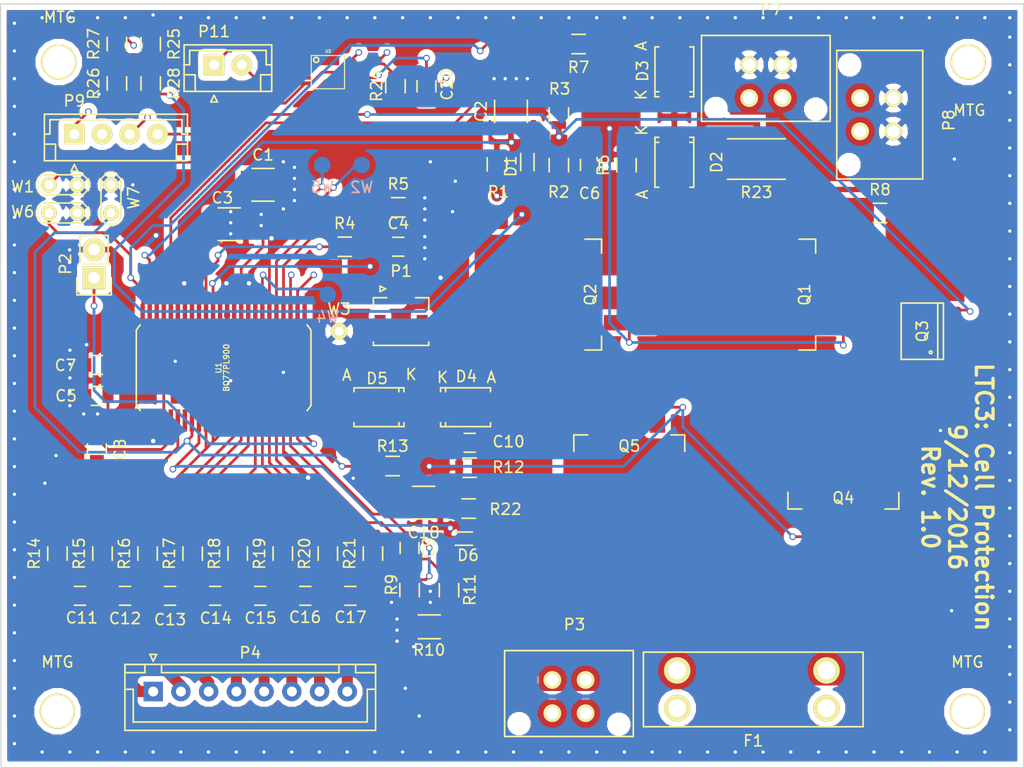
<source format=kicad_pcb>
(kicad_pcb (version 4) (host pcbnew "(2016-05-27 BZR 6836, Git 4441a4b)-product")
  (layers (0 F.Cu signal) (1 Ground_Plane signal hide) (2 In2.Cu signal) (31 B.Cu signal) (34 B.Paste user) (35 F.Paste user) (36 B.SilkS user) (37 F.SilkS user) (38 B.Mask user) (39 F.Mask user) (44 Edge.Cuts user))
  (net 0 "")
  (net 1 GND)
  (net 2 "Net-(C2-Pad1)")
  (net 3 "Net-(C3-Pad1)")
  (net 4 "Net-(C4-Pad1)")
  (net 5 "Net-(C5-Pad1)")
  (net 6 "Net-(C6-Pad2)")
  (net 7 "Net-(C7-Pad1)")
  (net 8 "Net-(C8-Pad1)")
  (net 9 "Net-(C8-Pad2)")
  (net 10 "Net-(C9-Pad1)")
  (net 11 "Net-(C9-Pad2)")
  (net 12 "Net-(C10-Pad1)")
  (net 13 "Net-(C10-Pad2)")
  (net 14 "Net-(C11-Pad1)")
  (net 15 "Net-(C11-Pad2)")
  (net 16 "Net-(C12-Pad2)")
  (net 17 "Net-(C13-Pad2)")
  (net 18 "Net-(C14-Pad2)")
  (net 19 "Net-(C15-Pad2)")
  (net 20 "Net-(C16-Pad2)")
  (net 21 "Net-(C17-Pad2)")
  (net 22 "Net-(C18-Pad1)")
  (net 23 "Net-(D2-Pad1)")
  (net 24 "Net-(D4-Pad1)")
  (net 25 "Net-(F1-Pad2)")
  (net 26 "Net-(P2-Pad1)")
  (net 27 "Net-(Q1-Pad2)")
  (net 28 "Net-(Q3-Pad4)")
  (net 29 "Net-(R3-Pad2)")
  (net 30 "Net-(R4-Pad1)")
  (net 31 "Net-(R7-Pad2)")
  (net 32 "Net-(R13-Pad2)")
  (net 33 "Net-(R14-Pad2)")
  (net 34 "Net-(R15-Pad2)")
  (net 35 "Net-(R16-Pad2)")
  (net 36 "Net-(R17-Pad2)")
  (net 37 "Net-(R18-Pad2)")
  (net 38 "Net-(R19-Pad2)")
  (net 39 "Net-(R20-Pad2)")
  (net 40 "Net-(R21-Pad2)")
  (net 41 "Net-(R24-Pad2)")
  (net 42 "Net-(U1-Pad31)")
  (net 43 "Net-(U1-Pad29)")
  (net 44 "Net-(U1-Pad28)")
  (net 45 /I2C_DATA)
  (net 46 /VBATT)
  (net 47 /I2C_CLK)
  (net 48 "Net-(C1-Pad1)")
  (net 49 "Net-(C6-Pad1)")
  (net 50 GNDREF)
  (net 51 "Net-(R25-Pad2)")
  (net 52 "Net-(R26-Pad2)")
  (net 53 "Net-(Q3-Pad1)")
  (net 54 "Net-(P11-Pad1)")
  (net 55 "Net-(P11-Pad2)")
  (net 56 "Net-(C20-Pad1)")
  (net 57 "Net-(P3-Pad3)")
  (module LTC3:Via_.6mm (layer F.Cu) (at 142.334 78.95)
    (fp_text reference REF** hide)
    (fp_text value Via_.6mm hide)
    (pad 1 thru_hole circle (at 0 0) (size 0.6 0.6) (drill 0.3) (layers *.Cu) (net 1 GND))
  )
  (module LTC3:Via_.6mm (layer F.Cu) (at 144.334 83.45)
    (fp_text reference REF** hide)
    (fp_text value Via_.6mm hide)
    (pad 1 thru_hole circle (at 0 0) (size 0.6 0.6) (drill 0.3) (layers *.Cu) (net 1 GND))
  )
  (module LTC3:Via_.6mm (layer F.Cu) (at 107.584 107.95)
    (fp_text reference REF** hide)
    (fp_text value Via_.6mm hide)
    (pad 1 thru_hole circle (at 0 0) (size 0.6 0.6) (drill 0.3) (layers *.Cu) (net 1 GND))
  )
  (module LTC3:Via_.6mm (layer F.Cu) (at 108.584 105.45)
    (fp_text reference REF** hide)
    (fp_text value Via_.6mm hide)
    (pad 1 thru_hole circle (at 0 0) (size 0.6 0.6) (drill 0.3) (layers *.Cu) (net 1 GND))
  )
  (module LTC3:Via_.6mm (layer F.Cu) (at 141.334 128.95)
    (fp_text reference REF** hide)
    (fp_text value Via_.6mm hide)
    (pad 1 thru_hole circle (at 0 0) (size 0.6 0.6) (drill 0.3) (layers *.Cu) (net 1 GND))
  )
  (module LTC3:Via_.6mm (layer F.Cu) (at 189.334 119.45)
    (fp_text reference REF** hide)
    (fp_text value Via_.6mm hide)
    (pad 1 thru_hole circle (at 0 0) (size 0.6 0.6) (drill 0.3) (layers *.Cu) (net 1 GND))
  )
  (module LTC3:Via_.6mm (layer F.Cu) (at 188.334 103.2)
    (fp_text reference REF** hide)
    (fp_text value Via_.6mm hide)
    (pad 1 thru_hole circle (at 0 0) (size 0.6 0.6) (drill 0.3) (layers *.Cu) (net 1 GND))
  )
  (module LTC3:Via_.6mm (layer F.Cu) (at 189.584 78.7)
    (fp_text reference REF** hide)
    (fp_text value Via_.6mm hide)
    (pad 1 thru_hole circle (at 0 0) (size 0.6 0.6) (drill 0.3) (layers *.Cu) (net 1 GND))
  )
  (module LTC3:Via_.6mm (layer F.Cu) (at 144.584 80.7)
    (fp_text reference REF** hide)
    (fp_text value Via_.6mm hide)
    (pad 1 thru_hole circle (at 0 0) (size 0.6 0.6) (drill 0.3) (layers *.Cu) (net 1 GND))
  )
  (module LTC3:Via_.6mm (layer F.Cu) (at 129.084 97.95)
    (fp_text reference REF** hide)
    (fp_text value Via_.6mm hide)
    (pad 1 thru_hole circle (at 0 0) (size 0.6 0.6) (drill 0.3) (layers *.Cu) (net 1 GND))
  )
  (module LTC3:Via_.6mm (layer F.Cu) (at 124.334 98.7)
    (fp_text reference REF** hide)
    (fp_text value Via_.6mm hide)
    (pad 1 thru_hole circle (at 0 0) (size 0.6 0.6) (drill 0.3) (layers *.Cu) (net 1 GND))
  )
  (module LTC3:Via_.6mm (layer F.Cu) (at 119.334 96.95)
    (fp_text reference REF** hide)
    (fp_text value Via_.6mm hide)
    (pad 1 thru_hole circle (at 0 0) (size 0.6 0.6) (drill 0.3) (layers *.Cu) (net 1 GND))
  )
  (module LTC3:Via_.6mm (layer F.Cu) (at 140.084 126.45)
    (fp_text reference REF** hide)
    (fp_text value Via_.6mm hide)
    (pad 1 thru_hole circle (at 0 0) (size 0.6 0.6) (drill 0.3) (layers *.Cu) (net 1 GND))
  )
  (module LTC3:Via_.6mm (layer F.Cu) (at 112.459 72.85)
    (fp_text reference REF** hide)
    (fp_text value Via_.6mm hide)
    (pad 1 thru_hole circle (at 0 0) (size 0.6 0.6) (drill 0.3) (layers *.Cu) (net 1 GND))
  )
  (module LTC3:Via_.6mm (layer F.Cu) (at 115.509 81.025)
    (fp_text reference REF** hide)
    (fp_text value Via_.6mm hide)
    (pad 1 thru_hole circle (at 0 0) (size 0.6 0.6) (drill 0.3) (layers *.Cu) (net 1 GND))
  )
  (module LTC3:Via_.6mm (layer F.Cu) (at 109.809 88.025)
    (fp_text reference REF** hide)
    (fp_text value Via_.6mm hide)
    (pad 1 thru_hole circle (at 0 0) (size 0.6 0.6) (drill 0.3) (layers *.Cu) (net 1 GND))
  )
  (module LTC3:Via_.6mm (layer F.Cu) (at 109.809 86.9)
    (fp_text reference REF** hide)
    (fp_text value Via_.6mm hide)
    (pad 1 thru_hole circle (at 0 0) (size 0.6 0.6) (drill 0.3) (layers *.Cu) (net 1 GND))
  )
  (module Resistors_SMD:R_0805 (layer F.Cu) (at 114.074 68.33 90)
    (fp_text reference R27 (at 0 -2.1 90) (layer F.SilkS))
    (fp_text value 75k)
    (pad 1 smd rect (at -0.95 0 90) (size 0.7 1.3) (layers F.Cu F.Paste F.Mask) (net 51 "Net-(R25-Pad2)"))
    (pad 2 smd rect (at 0.95 0 90) (size 0.7 1.3) (layers F.Cu F.Paste F.Mask) (net 46 /VBATT))
  )
  (module Resistors_SMD:R_0805 (layer F.Cu) (at 117.122 68.33 270)
    (fp_text reference R25 (at 0 -2.1 270) (layer F.SilkS))
    (fp_text value 12k)
    (pad 1 smd rect (at -0.95 0 270) (size 0.7 1.3) (layers F.Cu F.Paste F.Mask) (net 1 GND))
    (pad 2 smd rect (at 0.95 0 270) (size 0.7 1.3) (layers F.Cu F.Paste F.Mask) (net 51 "Net-(R25-Pad2)"))
  )
  (module Resistors_SMD:R_0805 (layer F.Cu) (at 117.122 71.886 270)
    (fp_text reference R28 (at 0 -2.1 270) (layer F.SilkS))
    (fp_text value 75k)
    (pad 1 smd rect (at -0.95 0 270) (size 0.7 1.3) (layers F.Cu F.Paste F.Mask) (net 52 "Net-(R26-Pad2)"))
    (pad 2 smd rect (at 0.95 0 270) (size 0.7 1.3) (layers F.Cu F.Paste F.Mask) (net 49 "Net-(C6-Pad1)"))
  )
  (module Resistors_SMD:R_0805 (layer F.Cu) (at 114.074 71.886 90)
    (fp_text reference R26 (at 0 -2.1 90) (layer F.SilkS))
    (fp_text value 12k)
    (pad 1 smd rect (at -0.95 0 90) (size 0.7 1.3) (layers F.Cu F.Paste F.Mask) (net 1 GND))
    (pad 2 smd rect (at 0.95 0 90) (size 0.7 1.3) (layers F.Cu F.Paste F.Mask) (net 52 "Net-(R26-Pad2)"))
  )
  (module LTC3:Via_.6mm (layer F.Cu) (at 111.334 95.45)
    (fp_text reference REF** hide)
    (fp_text value Via_.6mm hide)
    (pad 1 thru_hole circle (at 0 0) (size 0.6 0.6) (drill 0.3) (layers *.Cu) (net 1 GND))
  )
  (module LTC3:Via_.6mm (layer F.Cu) (at 112.334 101.7)
    (fp_text reference REF** hide)
    (fp_text value Via_.6mm hide)
    (pad 1 thru_hole circle (at 0 0) (size 0.6 0.6) (drill 0.3) (layers *.Cu) (net 1 GND))
  )
  (module LTC3:Via_.6mm (layer F.Cu) (at 109.834 100.95)
    (fp_text reference REF** hide)
    (fp_text value Via_.6mm hide)
    (pad 1 thru_hole circle (at 0 0) (size 0.6 0.6) (drill 0.3) (layers *.Cu) (net 1 GND))
  )
  (module LTC3:Via_.6mm (layer F.Cu) (at 111.084 101.7)
    (fp_text reference REF** hide)
    (fp_text value Via_.6mm hide)
    (pad 1 thru_hole circle (at 0 0) (size 0.6 0.6) (drill 0.3) (layers *.Cu) (net 1 GND))
  )
  (module LTC3:Via_.6mm (layer F.Cu) (at 109.834 99.7)
    (fp_text reference REF** hide)
    (fp_text value Via_.6mm hide)
    (pad 1 thru_hole circle (at 0 0) (size 0.6 0.6) (drill 0.3) (layers *.Cu) (net 1 GND))
  )
  (module LTC3:Via_.6mm (layer F.Cu) (at 109.834 98.45)
    (fp_text reference REF** hide)
    (fp_text value Via_.6mm hide)
    (pad 1 thru_hole circle (at 0 0) (size 0.6 0.6) (drill 0.3) (layers *.Cu) (net 1 GND))
  )
  (module LTC3:Via_.6mm (layer F.Cu) (at 109.834 97.2)
    (fp_text reference REF** hide)
    (fp_text value Via_.6mm hide)
    (pad 1 thru_hole circle (at 0 0) (size 0.6 0.6) (drill 0.3) (layers *.Cu) (net 1 GND))
  )
  (module LTC3:Via_.6mm (layer F.Cu) (at 109.834 95.95)
    (fp_text reference REF** hide)
    (fp_text value Via_.6mm hide)
    (pad 1 thru_hole circle (at 0 0) (size 0.6 0.6) (drill 0.3) (layers *.Cu) (net 1 GND))
  )
  (module LTC3:Via_.6mm (layer F.Cu) (at 141.834 82.2)
    (fp_text reference REF** hide)
    (fp_text value Via_.6mm hide)
    (pad 1 thru_hole circle (at 0 0) (size 0.6 0.6) (drill 0.3) (layers *.Cu) (net 1 GND))
  )
  (module LTC3:Via_.6mm (layer F.Cu) (at 141.834 83.2)
    (fp_text reference REF** hide)
    (fp_text value Via_.6mm hide)
    (pad 1 thru_hole circle (at 0 0) (size 0.6 0.6) (drill 0.3) (layers *.Cu) (net 1 GND))
  )
  (module LTC3:Via_.6mm (layer F.Cu) (at 141.834 84.2)
    (fp_text reference REF** hide)
    (fp_text value Via_.6mm hide)
    (pad 1 thru_hole circle (at 0 0) (size 0.6 0.6) (drill 0.3) (layers *.Cu) (net 1 GND))
  )
  (module LTC3:Via_.6mm (layer F.Cu) (at 141.834 85.7)
    (fp_text reference REF** hide)
    (fp_text value Via_.6mm hide)
    (pad 1 thru_hole circle (at 0 0) (size 0.6 0.6) (drill 0.3) (layers *.Cu) (net 1 GND))
  )
  (module LTC3:Via_.6mm (layer F.Cu) (at 141.834 86.7)
    (fp_text reference REF** hide)
    (fp_text value Via_.6mm hide)
    (pad 1 thru_hole circle (at 0 0) (size 0.6 0.6) (drill 0.3) (layers *.Cu) (net 1 GND))
  )
  (module LTC3:Via_.6mm (layer F.Cu) (at 141.834 87.7)
    (fp_text reference REF** hide)
    (fp_text value Via_.6mm hide)
    (pad 1 thru_hole circle (at 0 0) (size 0.6 0.6) (drill 0.3) (layers *.Cu) (net 1 GND))
  )
  (module LTC3:Via_.6mm (layer F.Cu) (at 135.384 107.5)
    (fp_text reference REF** hide)
    (fp_text value Via_.6mm hide)
    (pad 1 thru_hole circle (at 0 0) (size 0.6 0.6) (drill 0.3) (layers *.Cu) (net 1 GND))
  )
  (module LTC3:Via_.6mm (layer F.Cu) (at 142.334 117.7)
    (fp_text reference REF** hide)
    (fp_text value Via_.6mm hide)
    (pad 1 thru_hole circle (at 0 0) (size 0.6 0.6) (drill 0.3) (layers *.Cu) (net 1 GND))
  )
  (module LTC3:Via_.6mm (layer F.Cu) (at 142.334 118.7)
    (fp_text reference REF** hide)
    (fp_text value Via_.6mm hide)
    (pad 1 thru_hole circle (at 0 0) (size 0.6 0.6) (drill 0.3) (layers *.Cu) (net 1 GND))
  )
  (module LTC3:Via_.6mm (layer F.Cu) (at 138.834 118.7)
    (fp_text reference REF** hide)
    (fp_text value Via_.6mm hide)
    (pad 1 thru_hole circle (at 0 0) (size 0.6 0.6) (drill 0.3) (layers *.Cu) (net 1 GND))
  )
  (module LTC3:Via_.6mm (layer F.Cu) (at 139.334 120.2)
    (fp_text reference REF** hide)
    (fp_text value Via_.6mm hide)
    (pad 1 thru_hole circle (at 0 0) (size 0.6 0.6) (drill 0.3) (layers *.Cu) (net 1 GND))
  )
  (module LTC3:Via_.6mm (layer F.Cu) (at 139.334 121.2)
    (fp_text reference REF** hide)
    (fp_text value Via_.6mm hide)
    (pad 1 thru_hole circle (at 0 0) (size 0.6 0.6) (drill 0.3) (layers *.Cu) (net 1 GND))
  )
  (module LTC3:Via_.6mm (layer F.Cu) (at 139.334 122.2)
    (fp_text reference REF** hide)
    (fp_text value Via_.6mm hide)
    (pad 1 thru_hole circle (at 0 0) (size 0.6 0.6) (drill 0.3) (layers *.Cu) (net 1 GND))
  )
  (module LTC3:Via_.6mm (layer F.Cu) (at 140.834 122.7)
    (fp_text reference REF** hide)
    (fp_text value Via_.6mm hide)
    (pad 1 thru_hole circle (at 0 0) (size 0.6 0.6) (drill 0.3) (layers *.Cu) (net 1 GND))
  )
  (module LTC3:Via_.6mm (layer F.Cu) (at 148.084 71.45)
    (fp_text reference REF** hide)
    (fp_text value Via_.6mm hide)
    (pad 1 thru_hole circle (at 0 0) (size 0.6 0.6) (drill 0.3) (layers *.Cu) (net 1 GND))
  )
  (module LTC3:Via_.6mm (layer F.Cu) (at 149.084 71.45)
    (fp_text reference REF** hide)
    (fp_text value Via_.6mm hide)
    (pad 1 thru_hole circle (at 0 0) (size 0.6 0.6) (drill 0.3) (layers *.Cu) (net 1 GND))
  )
  (module LTC3:Via_.6mm (layer F.Cu) (at 150.084 71.45)
    (fp_text reference REF** hide)
    (fp_text value Via_.6mm hide)
    (pad 1 thru_hole circle (at 0 0) (size 0.6 0.6) (drill 0.3) (layers *.Cu) (net 1 GND))
  )
  (module LTC3:Via_.6mm (layer F.Cu) (at 151.084 71.45)
    (fp_text reference REF** hide)
    (fp_text value Via_.6mm hide)
    (pad 1 thru_hole circle (at 0 0) (size 0.6 0.6) (drill 0.3) (layers *.Cu) (net 1 GND))
  )
  (module LTC3:Via_.6mm (layer F.Cu) (at 124.334 83.45)
    (fp_text reference REF** hide)
    (fp_text value Via_.6mm hide)
    (pad 1 thru_hole circle (at 0 0) (size 0.6 0.6) (drill 0.3) (layers *.Cu) (net 1 GND))
  )
  (module LTC3:Via_.6mm (layer F.Cu) (at 130.084 79.45)
    (fp_text reference REF** hide)
    (fp_text value Via_.6mm hide)
    (pad 1 thru_hole circle (at 0 0) (size 0.6 0.6) (drill 0.3) (layers *.Cu) (net 1 GND))
  )
  (module LTC3:Via_.6mm (layer F.Cu) (at 127.084 84.7)
    (fp_text reference REF** hide)
    (fp_text value Via_.6mm hide)
    (pad 1 thru_hole circle (at 0 0) (size 0.6 0.6) (drill 0.3) (layers *.Cu) (net 1 GND))
  )
  (module LTC3:Via_.6mm (layer F.Cu) (at 124.334 84.45)
    (fp_text reference REF** hide)
    (fp_text value Via_.6mm hide)
    (pad 1 thru_hole circle (at 0 0) (size 0.6 0.6) (drill 0.3) (layers *.Cu) (net 1 GND))
  )
  (module LTC3:Via_.6mm (layer F.Cu) (at 124.334 85.45)
    (fp_text reference REF** hide)
    (fp_text value Via_.6mm hide)
    (pad 1 thru_hole circle (at 0 0) (size 0.6 0.6) (drill 0.3) (layers *.Cu) (net 1 GND))
  )
  (module LTC3:Via_.6mm (layer F.Cu) (at 127.084 83.7)
    (fp_text reference REF** hide)
    (fp_text value Via_.6mm hide)
    (pad 1 thru_hole circle (at 0 0) (size 0.6 0.6) (drill 0.3) (layers *.Cu) (net 1 GND))
  )
  (module LTC3:Via_.6mm (layer F.Cu) (at 129.084 78.95)
    (fp_text reference REF** hide)
    (fp_text value Via_.6mm hide)
    (pad 1 thru_hole circle (at 0 0) (size 0.6 0.6) (drill 0.3) (layers *.Cu) (net 1 GND))
  )
  (module LTC3:Via_.6mm (layer F.Cu) (at 129.084 83.2)
    (fp_text reference REF** hide)
    (fp_text value Via_.6mm hide)
    (pad 1 thru_hole circle (at 0 0) (size 0.6 0.6) (drill 0.3) (layers *.Cu) (net 1 GND))
  )
  (module LTC3:Via_.6mm (layer F.Cu) (at 130.084 82.45)
    (fp_text reference REF** hide)
    (fp_text value Via_.6mm hide)
    (pad 1 thru_hole circle (at 0 0) (size 0.6 0.6) (drill 0.3) (layers *.Cu) (net 1 GND))
  )
  (module LTC3:Via_.6mm (layer F.Cu) (at 130.084 81.45)
    (fp_text reference REF** hide)
    (fp_text value Via_.6mm hide)
    (pad 1 thru_hole circle (at 0 0) (size 0.6 0.6) (drill 0.3) (layers *.Cu) (net 1 GND))
  )
  (module LTC3:Via_.6mm (layer F.Cu) (at 130.084 80.45)
    (fp_text reference REF** hide)
    (fp_text value Via_.6mm hide)
    (pad 1 thru_hole circle (at 0 0) (size 0.6 0.6) (drill 0.3) (layers *.Cu) (net 1 GND))
  )
  (module LTC3:Via_.6mm (layer F.Cu) (at 117.334 65.7)
    (fp_text reference REF** hide)
    (fp_text value Via_.6mm hide)
    (pad 1 thru_hole circle (at 0 0) (size 0.6 0.6) (drill 0.3) (layers *.Cu) (net 1 GND))
  )
  (module LTC3:Via_.6mm (layer F.Cu) (at 194.584 65.95)
    (fp_text reference REF** hide)
    (fp_text value Via_.6mm hide)
    (pad 1 thru_hole circle (at 0 0) (size 0.6 0.6) (drill 0.3) (layers *.Cu) (net 1 GND))
  )
  (module LTC3:Via_.6mm (layer F.Cu) (at 192.334 65.95)
    (fp_text reference REF** hide)
    (fp_text value Via_.6mm hide)
    (pad 1 thru_hole circle (at 0 0) (size 0.6 0.6) (drill 0.3) (layers *.Cu) (net 1 GND))
  )
  (module LTC3:Via_.6mm (layer F.Cu) (at 189.834 65.95)
    (fp_text reference REF** hide)
    (fp_text value Via_.6mm hide)
    (pad 1 thru_hole circle (at 0 0) (size 0.6 0.6) (drill 0.3) (layers *.Cu) (net 1 GND))
  )
  (module LTC3:Via_.6mm (layer F.Cu) (at 187.334 65.95)
    (fp_text reference REF** hide)
    (fp_text value Via_.6mm hide)
    (pad 1 thru_hole circle (at 0 0) (size 0.6 0.6) (drill 0.3) (layers *.Cu) (net 1 GND))
  )
  (module LTC3:Via_.6mm (layer F.Cu) (at 184.834 65.95)
    (fp_text reference REF** hide)
    (fp_text value Via_.6mm hide)
    (pad 1 thru_hole circle (at 0 0) (size 0.6 0.6) (drill 0.3) (layers *.Cu) (net 1 GND))
  )
  (module LTC3:Via_.6mm (layer F.Cu) (at 182.334 65.95)
    (fp_text reference REF** hide)
    (fp_text value Via_.6mm hide)
    (pad 1 thru_hole circle (at 0 0) (size 0.6 0.6) (drill 0.3) (layers *.Cu) (net 1 GND))
  )
  (module LTC3:Via_.6mm (layer F.Cu) (at 179.834 65.95)
    (fp_text reference REF** hide)
    (fp_text value Via_.6mm hide)
    (pad 1 thru_hole circle (at 0 0) (size 0.6 0.6) (drill 0.3) (layers *.Cu) (net 1 GND))
  )
  (module LTC3:Via_.6mm (layer F.Cu) (at 177.334 65.95)
    (fp_text reference REF** hide)
    (fp_text value Via_.6mm hide)
    (pad 1 thru_hole circle (at 0 0) (size 0.6 0.6) (drill 0.3) (layers *.Cu) (net 1 GND))
  )
  (module LTC3:Via_.6mm (layer F.Cu) (at 174.834 65.95)
    (fp_text reference REF** hide)
    (fp_text value Via_.6mm hide)
    (pad 1 thru_hole circle (at 0 0) (size 0.6 0.6) (drill 0.3) (layers *.Cu) (net 1 GND))
  )
  (module LTC3:Via_.6mm (layer F.Cu) (at 172.334 65.95)
    (fp_text reference REF** hide)
    (fp_text value Via_.6mm hide)
    (pad 1 thru_hole circle (at 0 0) (size 0.6 0.6) (drill 0.3) (layers *.Cu) (net 1 GND))
  )
  (module LTC3:Via_.6mm (layer F.Cu) (at 169.834 65.95)
    (fp_text reference REF** hide)
    (fp_text value Via_.6mm hide)
    (pad 1 thru_hole circle (at 0 0) (size 0.6 0.6) (drill 0.3) (layers *.Cu) (net 1 GND))
  )
  (module LTC3:Via_.6mm (layer F.Cu) (at 167.334 65.95)
    (fp_text reference REF** hide)
    (fp_text value Via_.6mm hide)
    (pad 1 thru_hole circle (at 0 0) (size 0.6 0.6) (drill 0.3) (layers *.Cu) (net 1 GND))
  )
  (module LTC3:Via_.6mm (layer F.Cu) (at 164.834 65.95)
    (fp_text reference REF** hide)
    (fp_text value Via_.6mm hide)
    (pad 1 thru_hole circle (at 0 0) (size 0.6 0.6) (drill 0.3) (layers *.Cu) (net 1 GND))
  )
  (module LTC3:Via_.6mm (layer F.Cu) (at 162.334 65.95)
    (fp_text reference REF** hide)
    (fp_text value Via_.6mm hide)
    (pad 1 thru_hole circle (at 0 0) (size 0.6 0.6) (drill 0.3) (layers *.Cu) (net 1 GND))
  )
  (module LTC3:Via_.6mm (layer F.Cu) (at 159.834 65.95)
    (fp_text reference REF** hide)
    (fp_text value Via_.6mm hide)
    (pad 1 thru_hole circle (at 0 0) (size 0.6 0.6) (drill 0.3) (layers *.Cu) (net 1 GND))
  )
  (module LTC3:Via_.6mm (layer F.Cu) (at 157.334 65.95)
    (fp_text reference REF** hide)
    (fp_text value Via_.6mm hide)
    (pad 1 thru_hole circle (at 0 0) (size 0.6 0.6) (drill 0.3) (layers *.Cu) (net 1 GND))
  )
  (module LTC3:Via_.6mm (layer F.Cu) (at 154.834 65.95)
    (fp_text reference REF** hide)
    (fp_text value Via_.6mm hide)
    (pad 1 thru_hole circle (at 0 0) (size 0.6 0.6) (drill 0.3) (layers *.Cu) (net 1 GND))
  )
  (module LTC3:Via_.6mm (layer F.Cu) (at 152.334 65.95)
    (fp_text reference REF** hide)
    (fp_text value Via_.6mm hide)
    (pad 1 thru_hole circle (at 0 0) (size 0.6 0.6) (drill 0.3) (layers *.Cu) (net 1 GND))
  )
  (module LTC3:Via_.6mm (layer F.Cu) (at 149.834 65.95)
    (fp_text reference REF** hide)
    (fp_text value Via_.6mm hide)
    (pad 1 thru_hole circle (at 0 0) (size 0.6 0.6) (drill 0.3) (layers *.Cu) (net 1 GND))
  )
  (module LTC3:Via_.6mm (layer F.Cu) (at 147.334 65.95)
    (fp_text reference REF** hide)
    (fp_text value Via_.6mm hide)
    (pad 1 thru_hole circle (at 0 0) (size 0.6 0.6) (drill 0.3) (layers *.Cu) (net 1 GND))
  )
  (module LTC3:Via_.6mm (layer F.Cu) (at 144.834 65.95)
    (fp_text reference REF** hide)
    (fp_text value Via_.6mm hide)
    (pad 1 thru_hole circle (at 0 0) (size 0.6 0.6) (drill 0.3) (layers *.Cu) (net 1 GND))
  )
  (module LTC3:Via_.6mm (layer F.Cu) (at 142.334 65.95)
    (fp_text reference REF** hide)
    (fp_text value Via_.6mm hide)
    (pad 1 thru_hole circle (at 0 0) (size 0.6 0.6) (drill 0.3) (layers *.Cu) (net 1 GND))
  )
  (module LTC3:Via_.6mm (layer F.Cu) (at 139.834 65.95)
    (fp_text reference REF** hide)
    (fp_text value Via_.6mm hide)
    (pad 1 thru_hole circle (at 0 0) (size 0.6 0.6) (drill 0.3) (layers *.Cu) (net 1 GND))
  )
  (module LTC3:Via_.6mm (layer F.Cu) (at 137.334 65.95)
    (fp_text reference REF** hide)
    (fp_text value Via_.6mm hide)
    (pad 1 thru_hole circle (at 0 0) (size 0.6 0.6) (drill 0.3) (layers *.Cu) (net 1 GND))
  )
  (module LTC3:Via_.6mm (layer F.Cu) (at 134.834 65.95)
    (fp_text reference REF** hide)
    (fp_text value Via_.6mm hide)
    (pad 1 thru_hole circle (at 0 0) (size 0.6 0.6) (drill 0.3) (layers *.Cu) (net 1 GND))
  )
  (module LTC3:Via_.6mm (layer F.Cu) (at 132.334 65.95)
    (fp_text reference REF** hide)
    (fp_text value Via_.6mm hide)
    (pad 1 thru_hole circle (at 0 0) (size 0.6 0.6) (drill 0.3) (layers *.Cu) (net 1 GND))
  )
  (module LTC3:Via_.6mm (layer F.Cu) (at 129.834 65.95)
    (fp_text reference REF** hide)
    (fp_text value Via_.6mm hide)
    (pad 1 thru_hole circle (at 0 0) (size 0.6 0.6) (drill 0.3) (layers *.Cu) (net 1 GND))
  )
  (module LTC3:Via_.6mm (layer F.Cu) (at 127.334 65.95)
    (fp_text reference REF** hide)
    (fp_text value Via_.6mm hide)
    (pad 1 thru_hole circle (at 0 0) (size 0.6 0.6) (drill 0.3) (layers *.Cu) (net 1 GND))
  )
  (module LTC3:Via_.6mm (layer F.Cu) (at 124.834 65.95)
    (fp_text reference REF** hide)
    (fp_text value Via_.6mm hide)
    (pad 1 thru_hole circle (at 0 0) (size 0.6 0.6) (drill 0.3) (layers *.Cu) (net 1 GND))
  )
  (module LTC3:Via_.6mm (layer F.Cu) (at 122.334 65.95)
    (fp_text reference REF** hide)
    (fp_text value Via_.6mm hide)
    (pad 1 thru_hole circle (at 0 0) (size 0.6 0.6) (drill 0.3) (layers *.Cu) (net 1 GND))
  )
  (module LTC3:Via_.6mm (layer F.Cu) (at 119.834 65.95)
    (fp_text reference REF** hide)
    (fp_text value Via_.6mm hide)
    (pad 1 thru_hole circle (at 0 0) (size 0.6 0.6) (drill 0.3) (layers *.Cu) (net 1 GND))
  )
  (module LTC3:Via_.6mm (layer F.Cu) (at 114.834 65.95)
    (fp_text reference REF** hide)
    (fp_text value Via_.6mm hide)
    (pad 1 thru_hole circle (at 0 0) (size 0.6 0.6) (drill 0.3) (layers *.Cu) (net 1 GND))
  )
  (module LTC3:Via_.6mm (layer F.Cu) (at 112.334 65.95)
    (fp_text reference REF** hide)
    (fp_text value Via_.6mm hide)
    (pad 1 thru_hole circle (at 0 0) (size 0.6 0.6) (drill 0.3) (layers *.Cu) (net 1 GND))
  )
  (module LTC3:Via_.6mm (layer F.Cu) (at 109.834 65.95)
    (fp_text reference REF** hide)
    (fp_text value Via_.6mm hide)
    (pad 1 thru_hole circle (at 0 0) (size 0.6 0.6) (drill 0.3) (layers *.Cu) (net 1 GND))
  )
  (module LTC3:Via_.6mm (layer F.Cu) (at 107.334 65.95)
    (fp_text reference REF** hide)
    (fp_text value Via_.6mm hide)
    (pad 1 thru_hole circle (at 0 0) (size 0.6 0.6) (drill 0.3) (layers *.Cu) (net 1 GND))
  )
  (module LTC3:Via_.6mm (layer F.Cu) (at 194.584 67.7)
    (fp_text reference REF** hide)
    (fp_text value Via_.6mm hide)
    (pad 1 thru_hole circle (at 0 0) (size 0.6 0.6) (drill 0.3) (layers *.Cu) (net 1 GND))
  )
  (module LTC3:Via_.6mm (layer F.Cu) (at 194.584 70.2)
    (fp_text reference REF** hide)
    (fp_text value Via_.6mm hide)
    (pad 1 thru_hole circle (at 0 0) (size 0.6 0.6) (drill 0.3) (layers *.Cu) (net 1 GND))
  )
  (module LTC3:Via_.6mm (layer F.Cu) (at 194.584 72.7)
    (fp_text reference REF** hide)
    (fp_text value Via_.6mm hide)
    (pad 1 thru_hole circle (at 0 0) (size 0.6 0.6) (drill 0.3) (layers *.Cu) (net 1 GND))
  )
  (module LTC3:Via_.6mm (layer F.Cu) (at 194.584 75.2)
    (fp_text reference REF** hide)
    (fp_text value Via_.6mm hide)
    (pad 1 thru_hole circle (at 0 0) (size 0.6 0.6) (drill 0.3) (layers *.Cu) (net 1 GND))
  )
  (module LTC3:Via_.6mm (layer F.Cu) (at 194.584 77.7)
    (fp_text reference REF** hide)
    (fp_text value Via_.6mm hide)
    (pad 1 thru_hole circle (at 0 0) (size 0.6 0.6) (drill 0.3) (layers *.Cu) (net 1 GND))
  )
  (module LTC3:Via_.6mm (layer F.Cu) (at 194.584 80.2)
    (fp_text reference REF** hide)
    (fp_text value Via_.6mm hide)
    (pad 1 thru_hole circle (at 0 0) (size 0.6 0.6) (drill 0.3) (layers *.Cu) (net 1 GND))
  )
  (module LTC3:Via_.6mm (layer F.Cu) (at 194.584 82.7)
    (fp_text reference REF** hide)
    (fp_text value Via_.6mm hide)
    (pad 1 thru_hole circle (at 0 0) (size 0.6 0.6) (drill 0.3) (layers *.Cu) (net 1 GND))
  )
  (module LTC3:Via_.6mm (layer F.Cu) (at 194.584 85.2)
    (fp_text reference REF** hide)
    (fp_text value Via_.6mm hide)
    (pad 1 thru_hole circle (at 0 0) (size 0.6 0.6) (drill 0.3) (layers *.Cu) (net 1 GND))
  )
  (module LTC3:Via_.6mm (layer F.Cu) (at 194.584 87.7)
    (fp_text reference REF** hide)
    (fp_text value Via_.6mm hide)
    (pad 1 thru_hole circle (at 0 0) (size 0.6 0.6) (drill 0.3) (layers *.Cu) (net 1 GND))
  )
  (module LTC3:Via_.6mm (layer F.Cu) (at 194.584 90.2)
    (fp_text reference REF** hide)
    (fp_text value Via_.6mm hide)
    (pad 1 thru_hole circle (at 0 0) (size 0.6 0.6) (drill 0.3) (layers *.Cu) (net 1 GND))
  )
  (module LTC3:Via_.6mm (layer F.Cu) (at 194.584 92.7)
    (fp_text reference REF** hide)
    (fp_text value Via_.6mm hide)
    (pad 1 thru_hole circle (at 0 0) (size 0.6 0.6) (drill 0.3) (layers *.Cu) (net 1 GND))
  )
  (module LTC3:Via_.6mm (layer F.Cu) (at 194.584 95.2)
    (fp_text reference REF** hide)
    (fp_text value Via_.6mm hide)
    (pad 1 thru_hole circle (at 0 0) (size 0.6 0.6) (drill 0.3) (layers *.Cu) (net 1 GND))
  )
  (module LTC3:Via_.6mm (layer F.Cu) (at 194.584 97.7)
    (fp_text reference REF** hide)
    (fp_text value Via_.6mm hide)
    (pad 1 thru_hole circle (at 0 0) (size 0.6 0.6) (drill 0.3) (layers *.Cu) (net 1 GND))
  )
  (module LTC3:Via_.6mm (layer F.Cu) (at 194.584 100.2)
    (fp_text reference REF** hide)
    (fp_text value Via_.6mm hide)
    (pad 1 thru_hole circle (at 0 0) (size 0.6 0.6) (drill 0.3) (layers *.Cu) (net 1 GND))
  )
  (module LTC3:Via_.6mm (layer F.Cu) (at 194.584 102.7)
    (fp_text reference REF** hide)
    (fp_text value Via_.6mm hide)
    (pad 1 thru_hole circle (at 0 0) (size 0.6 0.6) (drill 0.3) (layers *.Cu) (net 1 GND))
  )
  (module LTC3:Via_.6mm (layer F.Cu) (at 194.584 105.2)
    (fp_text reference REF** hide)
    (fp_text value Via_.6mm hide)
    (pad 1 thru_hole circle (at 0 0) (size 0.6 0.6) (drill 0.3) (layers *.Cu) (net 1 GND))
  )
  (module LTC3:Via_.6mm (layer F.Cu) (at 194.584 107.7)
    (fp_text reference REF** hide)
    (fp_text value Via_.6mm hide)
    (pad 1 thru_hole circle (at 0 0) (size 0.6 0.6) (drill 0.3) (layers *.Cu) (net 1 GND))
  )
  (module LTC3:Via_.6mm (layer F.Cu) (at 194.584 110.2)
    (fp_text reference REF** hide)
    (fp_text value Via_.6mm hide)
    (pad 1 thru_hole circle (at 0 0) (size 0.6 0.6) (drill 0.3) (layers *.Cu) (net 1 GND))
  )
  (module LTC3:Via_.6mm (layer F.Cu) (at 194.584 112.7)
    (fp_text reference REF** hide)
    (fp_text value Via_.6mm hide)
    (pad 1 thru_hole circle (at 0 0) (size 0.6 0.6) (drill 0.3) (layers *.Cu) (net 1 GND))
  )
  (module LTC3:Via_.6mm (layer F.Cu) (at 194.584 115.2)
    (fp_text reference REF** hide)
    (fp_text value Via_.6mm hide)
    (pad 1 thru_hole circle (at 0 0) (size 0.6 0.6) (drill 0.3) (layers *.Cu) (net 1 GND))
  )
  (module LTC3:Via_.6mm (layer F.Cu) (at 194.584 117.7)
    (fp_text reference REF** hide)
    (fp_text value Via_.6mm hide)
    (pad 1 thru_hole circle (at 0 0) (size 0.6 0.6) (drill 0.3) (layers *.Cu) (net 1 GND))
  )
  (module LTC3:Via_.6mm (layer F.Cu) (at 194.584 120.2)
    (fp_text reference REF** hide)
    (fp_text value Via_.6mm hide)
    (pad 1 thru_hole circle (at 0 0) (size 0.6 0.6) (drill 0.3) (layers *.Cu) (net 1 GND))
  )
  (module LTC3:Via_.6mm (layer F.Cu) (at 194.584 122.7)
    (fp_text reference "" hide)
    (fp_text value Via_.6mm hide)
    (pad 1 thru_hole circle (at 0 0) (size 0.6 0.6) (drill 0.3) (layers *.Cu) (net 1 GND))
  )
  (module LTC3:Via_.6mm (layer F.Cu) (at 194.584 125.2)
    (fp_text reference REF** hide)
    (fp_text value Via_.6mm hide)
    (pad 1 thru_hole circle (at 0 0) (size 0.6 0.6) (drill 0.3) (layers *.Cu) (net 1 GND))
  )
  (module LTC3:Via_.6mm (layer F.Cu) (at 194.584 127.7)
    (fp_text reference REF** hide)
    (fp_text value Via_.6mm hide)
    (pad 1 thru_hole circle (at 0 0) (size 0.6 0.6) (drill 0.3) (layers *.Cu) (net 1 GND))
  )
  (module LTC3:Via_.6mm (layer F.Cu) (at 194.584 130.2)
    (fp_text reference REF** hide)
    (fp_text value Via_.6mm hide)
    (pad 1 thru_hole circle (at 0 0) (size 0.6 0.6) (drill 0.3) (layers *.Cu) (net 1 GND))
  )
  (module LTC3:Via_.6mm (layer F.Cu) (at 192.334 132.2)
    (fp_text reference REF** hide)
    (fp_text value Via_.6mm hide)
    (pad 1 thru_hole circle (at 0 0) (size 0.6 0.6) (drill 0.3) (layers *.Cu) (net 1 GND))
  )
  (module LTC3:Via_.6mm (layer F.Cu) (at 189.834 132.2)
    (fp_text reference REF** hide)
    (fp_text value Via_.6mm hide)
    (pad 1 thru_hole circle (at 0 0) (size 0.6 0.6) (drill 0.3) (layers *.Cu) (net 1 GND))
  )
  (module LTC3:Via_.6mm (layer F.Cu) (at 187.334 132.2)
    (fp_text reference REF** hide)
    (fp_text value Via_.6mm hide)
    (pad 1 thru_hole circle (at 0 0) (size 0.6 0.6) (drill 0.3) (layers *.Cu) (net 1 GND))
  )
  (module LTC3:Via_.6mm (layer F.Cu) (at 184.834 132.2)
    (fp_text reference REF** hide)
    (fp_text value Via_.6mm hide)
    (pad 1 thru_hole circle (at 0 0) (size 0.6 0.6) (drill 0.3) (layers *.Cu) (net 1 GND))
  )
  (module LTC3:Via_.6mm (layer F.Cu) (at 182.334 132.2)
    (fp_text reference REF** hide)
    (fp_text value Via_.6mm hide)
    (pad 1 thru_hole circle (at 0 0) (size 0.6 0.6) (drill 0.3) (layers *.Cu) (net 1 GND))
  )
  (module LTC3:Via_.6mm (layer F.Cu) (at 179.834 132.2)
    (fp_text reference REF** hide)
    (fp_text value Via_.6mm hide)
    (pad 1 thru_hole circle (at 0 0) (size 0.6 0.6) (drill 0.3) (layers *.Cu) (net 1 GND))
  )
  (module LTC3:Via_.6mm (layer F.Cu) (at 177.334 132.2)
    (fp_text reference REF** hide)
    (fp_text value Via_.6mm hide)
    (pad 1 thru_hole circle (at 0 0) (size 0.6 0.6) (drill 0.3) (layers *.Cu) (net 1 GND))
  )
  (module LTC3:Via_.6mm (layer F.Cu) (at 174.834 132.2)
    (fp_text reference REF** hide)
    (fp_text value Via_.6mm hide)
    (pad 1 thru_hole circle (at 0 0) (size 0.6 0.6) (drill 0.3) (layers *.Cu) (net 1 GND))
  )
  (module LTC3:Via_.6mm (layer F.Cu) (at 172.334 132.2)
    (fp_text reference REF** hide)
    (fp_text value Via_.6mm hide)
    (pad 1 thru_hole circle (at 0 0) (size 0.6 0.6) (drill 0.3) (layers *.Cu) (net 1 GND))
  )
  (module LTC3:Via_.6mm (layer F.Cu) (at 169.834 132.2)
    (fp_text reference REF** hide)
    (fp_text value Via_.6mm hide)
    (pad 1 thru_hole circle (at 0 0) (size 0.6 0.6) (drill 0.3) (layers *.Cu) (net 1 GND))
  )
  (module LTC3:Via_.6mm (layer F.Cu) (at 167.334 132.2)
    (fp_text reference REF** hide)
    (fp_text value Via_.6mm hide)
    (pad 1 thru_hole circle (at 0 0) (size 0.6 0.6) (drill 0.3) (layers *.Cu) (net 1 GND))
  )
  (module LTC3:Via_.6mm (layer F.Cu) (at 164.834 132.2)
    (fp_text reference REF** hide)
    (fp_text value Via_.6mm hide)
    (pad 1 thru_hole circle (at 0 0) (size 0.6 0.6) (drill 0.3) (layers *.Cu) (net 1 GND))
  )
  (module LTC3:Via_.6mm (layer F.Cu) (at 162.334 132.2)
    (fp_text reference REF** hide)
    (fp_text value Via_.6mm hide)
    (pad 1 thru_hole circle (at 0 0) (size 0.6 0.6) (drill 0.3) (layers *.Cu) (net 1 GND))
  )
  (module LTC3:Via_.6mm (layer F.Cu) (at 159.834 132.2)
    (fp_text reference REF** hide)
    (fp_text value Via_.6mm hide)
    (pad 1 thru_hole circle (at 0 0) (size 0.6 0.6) (drill 0.3) (layers *.Cu) (net 1 GND))
  )
  (module LTC3:Via_.6mm (layer F.Cu) (at 157.334 132.2)
    (fp_text reference REF** hide)
    (fp_text value Via_.6mm hide)
    (pad 1 thru_hole circle (at 0 0) (size 0.6 0.6) (drill 0.3) (layers *.Cu) (net 1 GND))
  )
  (module LTC3:Via_.6mm (layer F.Cu) (at 154.834 132.2)
    (fp_text reference REF** hide)
    (fp_text value Via_.6mm hide)
    (pad 1 thru_hole circle (at 0 0) (size 0.6 0.6) (drill 0.3) (layers *.Cu) (net 1 GND))
  )
  (module LTC3:Via_.6mm (layer F.Cu) (at 152.334 132.2)
    (fp_text reference REF** hide)
    (fp_text value Via_.6mm hide)
    (pad 1 thru_hole circle (at 0 0) (size 0.6 0.6) (drill 0.3) (layers *.Cu) (net 1 GND))
  )
  (module LTC3:Via_.6mm (layer F.Cu) (at 149.834 132.2)
    (fp_text reference REF** hide)
    (fp_text value Via_.6mm hide)
    (pad 1 thru_hole circle (at 0 0) (size 0.6 0.6) (drill 0.3) (layers *.Cu) (net 1 GND))
  )
  (module LTC3:Via_.6mm (layer F.Cu) (at 147.334 132.2)
    (fp_text reference REF** hide)
    (fp_text value Via_.6mm hide)
    (pad 1 thru_hole circle (at 0 0) (size 0.6 0.6) (drill 0.3) (layers *.Cu) (net 1 GND))
  )
  (module LTC3:Via_.6mm (layer F.Cu) (at 144.834 132.2)
    (fp_text reference REF** hide)
    (fp_text value Via_.6mm hide)
    (pad 1 thru_hole circle (at 0 0) (size 0.6 0.6) (drill 0.3) (layers *.Cu) (net 1 GND))
  )
  (module LTC3:Via_.6mm (layer F.Cu) (at 142.334 132.2)
    (fp_text reference REF** hide)
    (fp_text value Via_.6mm hide)
    (pad 1 thru_hole circle (at 0 0) (size 0.6 0.6) (drill 0.3) (layers *.Cu) (net 1 GND))
  )
  (module LTC3:Via_.6mm (layer F.Cu) (at 139.834 132.2)
    (fp_text reference REF** hide)
    (fp_text value Via_.6mm hide)
    (pad 1 thru_hole circle (at 0 0) (size 0.6 0.6) (drill 0.3) (layers *.Cu) (net 1 GND))
  )
  (module LTC3:Via_.6mm (layer F.Cu) (at 137.334 132.2)
    (fp_text reference REF** hide)
    (fp_text value Via_.6mm hide)
    (pad 1 thru_hole circle (at 0 0) (size 0.6 0.6) (drill 0.3) (layers *.Cu) (net 1 GND))
  )
  (module LTC3:Via_.6mm (layer F.Cu) (at 134.834 132.2)
    (fp_text reference REF** hide)
    (fp_text value Via_.6mm hide)
    (pad 1 thru_hole circle (at 0 0) (size 0.6 0.6) (drill 0.3) (layers *.Cu) (net 1 GND))
  )
  (module LTC3:Via_.6mm (layer F.Cu) (at 132.334 132.2)
    (fp_text reference REF** hide)
    (fp_text value Via_.6mm hide)
    (pad 1 thru_hole circle (at 0 0) (size 0.6 0.6) (drill 0.3) (layers *.Cu) (net 1 GND))
  )
  (module LTC3:Via_.6mm (layer F.Cu) (at 129.834 132.2)
    (fp_text reference REF** hide)
    (fp_text value Via_.6mm hide)
    (pad 1 thru_hole circle (at 0 0) (size 0.6 0.6) (drill 0.3) (layers *.Cu) (net 1 GND))
  )
  (module LTC3:Via_.6mm (layer F.Cu) (at 127.334 132.2)
    (fp_text reference REF** hide)
    (fp_text value Via_.6mm hide)
    (pad 1 thru_hole circle (at 0 0) (size 0.6 0.6) (drill 0.3) (layers *.Cu) (net 1 GND))
  )
  (module LTC3:Via_.6mm (layer F.Cu) (at 124.834 132.2)
    (fp_text reference REF** hide)
    (fp_text value Via_.6mm hide)
    (pad 1 thru_hole circle (at 0 0) (size 0.6 0.6) (drill 0.3) (layers *.Cu) (net 1 GND))
  )
  (module LTC3:Via_.6mm (layer F.Cu) (at 122.334 132.2)
    (fp_text reference REF** hide)
    (fp_text value Via_.6mm hide)
    (pad 1 thru_hole circle (at 0 0) (size 0.6 0.6) (drill 0.3) (layers *.Cu) (net 1 GND))
  )
  (module LTC3:Via_.6mm (layer F.Cu) (at 119.834 132.2)
    (fp_text reference REF** hide)
    (fp_text value Via_.6mm hide)
    (pad 1 thru_hole circle (at 0 0) (size 0.6 0.6) (drill 0.3) (layers *.Cu) (net 1 GND))
  )
  (module LTC3:Via_.6mm (layer F.Cu) (at 117.334 132.2)
    (fp_text reference REF** hide)
    (fp_text value Via_.6mm hide)
    (pad 1 thru_hole circle (at 0 0) (size 0.6 0.6) (drill 0.3) (layers *.Cu) (net 1 GND))
  )
  (module LTC3:Via_.6mm (layer F.Cu) (at 114.834 132.2)
    (fp_text reference REF** hide)
    (fp_text value Via_.6mm hide)
    (pad 1 thru_hole circle (at 0 0) (size 0.6 0.6) (drill 0.3) (layers *.Cu) (net 1 GND))
  )
  (module LTC3:Via_.6mm (layer F.Cu) (at 112.334 132.2)
    (fp_text reference REF** hide)
    (fp_text value Via_.6mm hide)
    (pad 1 thru_hole circle (at 0 0) (size 0.6 0.6) (drill 0.3) (layers *.Cu) (net 1 GND))
  )
  (module LTC3:Via_.6mm (layer F.Cu) (at 109.834 132.2)
    (fp_text reference REF** hide)
    (fp_text value Via_.6mm hide)
    (pad 1 thru_hole circle (at 0 0) (size 0.6 0.6) (drill 0.3) (layers *.Cu) (net 1 GND))
  )
  (module LTC3:Via_.6mm (layer F.Cu) (at 107.334 132.2)
    (fp_text reference REF** hide)
    (fp_text value Via_.6mm hide)
    (pad 1 thru_hole circle (at 0 0) (size 0.6 0.6) (drill 0.3) (layers *.Cu) (net 1 GND))
  )
  (module LTC3:Via_.6mm (layer F.Cu) (at 104.834 131.45)
    (fp_text reference REF** hide)
    (fp_text value Via_.6mm hide)
    (pad 1 thru_hole circle (at 0 0) (size 0.6 0.6) (drill 0.3) (layers *.Cu) (net 1 GND))
  )
  (module LTC3:Via_.6mm (layer F.Cu) (at 104.834 128.95)
    (fp_text reference REF** hide)
    (fp_text value Via_.6mm hide)
    (pad 1 thru_hole circle (at 0 0) (size 0.6 0.6) (drill 0.3) (layers *.Cu) (net 1 GND))
  )
  (module LTC3:Via_.6mm (layer F.Cu) (at 104.834 126.45)
    (fp_text reference REF** hide)
    (fp_text value Via_.6mm hide)
    (pad 1 thru_hole circle (at 0 0) (size 0.6 0.6) (drill 0.3) (layers *.Cu) (net 1 GND))
  )
  (module LTC3:Via_.6mm (layer F.Cu) (at 104.834 123.95)
    (fp_text reference REF** hide)
    (fp_text value Via_.6mm hide)
    (pad 1 thru_hole circle (at 0 0) (size 0.6 0.6) (drill 0.3) (layers *.Cu) (net 1 GND))
  )
  (module LTC3:Via_.6mm (layer F.Cu) (at 104.834 121.45)
    (fp_text reference REF** hide)
    (fp_text value Via_.6mm hide)
    (pad 1 thru_hole circle (at 0 0) (size 0.6 0.6) (drill 0.3) (layers *.Cu) (net 1 GND))
  )
  (module LTC3:Via_.6mm (layer F.Cu) (at 104.834 118.95)
    (fp_text reference REF** hide)
    (fp_text value Via_.6mm hide)
    (pad 1 thru_hole circle (at 0 0) (size 0.6 0.6) (drill 0.3) (layers *.Cu) (net 1 GND))
  )
  (module LTC3:Via_.6mm (layer F.Cu) (at 104.834 116.45)
    (fp_text reference REF** hide)
    (fp_text value Via_.6mm hide)
    (pad 1 thru_hole circle (at 0 0) (size 0.6 0.6) (drill 0.3) (layers *.Cu) (net 1 GND))
  )
  (module LTC3:Via_.6mm (layer F.Cu) (at 104.834 113.95)
    (fp_text reference REF** hide)
    (fp_text value Via_.6mm hide)
    (pad 1 thru_hole circle (at 0 0) (size 0.6 0.6) (drill 0.3) (layers *.Cu) (net 1 GND))
  )
  (module LTC3:Via_.6mm (layer F.Cu) (at 104.834 111.45)
    (fp_text reference REF** hide)
    (fp_text value Via_.6mm hide)
    (pad 1 thru_hole circle (at 0 0) (size 0.6 0.6) (drill 0.3) (layers *.Cu) (net 1 GND))
  )
  (module LTC3:Via_.6mm (layer F.Cu) (at 104.834 108.95)
    (fp_text reference REF** hide)
    (fp_text value Via_.6mm hide)
    (pad 1 thru_hole circle (at 0 0) (size 0.6 0.6) (drill 0.3) (layers *.Cu) (net 1 GND))
  )
  (module LTC3:Via_.6mm (layer F.Cu) (at 104.834 106.45)
    (fp_text reference REF** hide)
    (fp_text value Via_.6mm hide)
    (pad 1 thru_hole circle (at 0 0) (size 0.6 0.6) (drill 0.3) (layers *.Cu) (net 1 GND))
  )
  (module LTC3:Via_.6mm (layer F.Cu) (at 104.834 103.95)
    (fp_text reference REF** hide)
    (fp_text value Via_.6mm hide)
    (pad 1 thru_hole circle (at 0 0) (size 0.6 0.6) (drill 0.3) (layers *.Cu) (net 1 GND))
  )
  (module LTC3:Via_.6mm (layer F.Cu) (at 104.834 101.45)
    (fp_text reference REF** hide)
    (fp_text value Via_.6mm hide)
    (pad 1 thru_hole circle (at 0 0) (size 0.6 0.6) (drill 0.3) (layers *.Cu) (net 1 GND))
  )
  (module LTC3:Via_.6mm (layer F.Cu) (at 104.834 98.95)
    (fp_text reference REF** hide)
    (fp_text value Via_.6mm hide)
    (pad 1 thru_hole circle (at 0 0) (size 0.6 0.6) (drill 0.3) (layers *.Cu) (net 1 GND))
  )
  (module LTC3:Via_.6mm (layer F.Cu) (at 104.834 96.45)
    (fp_text reference REF** hide)
    (fp_text value Via_.6mm hide)
    (pad 1 thru_hole circle (at 0 0) (size 0.6 0.6) (drill 0.3) (layers *.Cu) (net 1 GND))
  )
  (module LTC3:Via_.6mm (layer F.Cu) (at 104.834 93.95)
    (fp_text reference REF** hide)
    (fp_text value Via_.6mm hide)
    (pad 1 thru_hole circle (at 0 0) (size 0.6 0.6) (drill 0.3) (layers *.Cu) (net 1 GND))
  )
  (module LTC3:Via_.6mm (layer F.Cu) (at 104.834 91.45)
    (fp_text reference REF** hide)
    (fp_text value Via_.6mm hide)
    (pad 1 thru_hole circle (at 0 0) (size 0.6 0.6) (drill 0.3) (layers *.Cu) (net 1 GND))
  )
  (module LTC3:Via_.6mm (layer F.Cu) (at 104.834 88.95)
    (fp_text reference REF** hide)
    (fp_text value Via_.6mm hide)
    (pad 1 thru_hole circle (at 0 0) (size 0.6 0.6) (drill 0.3) (layers *.Cu) (net 1 GND))
  )
  (module LTC3:Via_.6mm (layer F.Cu) (at 104.834 86.45)
    (fp_text reference REF** hide)
    (fp_text value Via_.6mm hide)
    (pad 1 thru_hole circle (at 0 0) (size 0.6 0.6) (drill 0.3) (layers *.Cu) (net 1 GND))
  )
  (module LTC3:Via_.6mm (layer F.Cu) (at 104.834 83.95)
    (fp_text reference REF** hide)
    (fp_text value Via_.6mm hide)
    (pad 1 thru_hole circle (at 0 0) (size 0.6 0.6) (drill 0.3) (layers *.Cu) (net 1 GND))
  )
  (module LTC3:Via_.6mm (layer F.Cu) (at 104.834 81.45)
    (fp_text reference REF** hide)
    (fp_text value Via_.6mm hide)
    (pad 1 thru_hole circle (at 0 0) (size 0.6 0.6) (drill 0.3) (layers *.Cu) (net 1 GND))
  )
  (module LTC3:Via_.6mm (layer F.Cu) (at 104.834 78.95)
    (fp_text reference REF** hide)
    (fp_text value Via_.6mm hide)
    (pad 1 thru_hole circle (at 0 0) (size 0.6 0.6) (drill 0.3) (layers *.Cu) (net 1 GND))
  )
  (module LTC3:Via_.6mm (layer F.Cu) (at 104.834 76.45)
    (fp_text reference REF** hide)
    (fp_text value Via_.6mm hide)
    (pad 1 thru_hole circle (at 0 0) (size 0.6 0.6) (drill 0.3) (layers *.Cu) (net 1 GND))
  )
  (module LTC3:Via_.6mm (layer F.Cu) (at 104.834 73.95)
    (fp_text reference REF** hide)
    (fp_text value Via_.6mm hide)
    (pad 1 thru_hole circle (at 0 0) (size 0.6 0.6) (drill 0.3) (layers *.Cu) (net 1 GND))
  )
  (module LTC3:Via_.6mm (layer F.Cu) (at 104.834 71.45)
    (fp_text reference REF** hide)
    (fp_text value Via_.6mm hide)
    (pad 1 thru_hole circle (at 0 0) (size 0.6 0.6) (drill 0.3) (layers *.Cu) (net 1 GND))
  )
  (module LTC3:Via_.6mm (layer F.Cu) (at 104.834 68.95)
    (fp_text reference REF** hide)
    (fp_text value Via_.6mm hide)
    (pad 1 thru_hole circle (at 0 0) (size 0.6 0.6) (drill 0.3) (layers *.Cu) (net 1 GND))
  )
  (module LTC3:MountingHole_0.1120in_number4 (layer F.Cu) (at 190.834 69.95)
    (fp_text reference MTG (at 0.1 4.35) (layer F.SilkS))
    (fp_text value MountingHole_0.1120in_#4)
    (pad "" np_thru_hole circle (at 0 0) (size 3.175 3.175) (drill 2.8448) (layers *.Cu *.Mask F.SilkS))
  )
  (module LTC3:MountingHole_0.1120in_number4 (layer F.Cu) (at 108.712 128.524)
    (fp_text reference MTG (at 0 -4.445) (layer F.SilkS))
    (fp_text value MountingHole_0.1120in_#4)
    (pad "" np_thru_hole circle (at 0 0) (size 3.175 3.175) (drill 2.8448) (layers *.Cu *.Mask F.SilkS))
  )
  (module Capacitors_SMD:C_0805 (layer F.Cu) (at 139.446 86.614)
    (fp_text reference C4 (at 0 -2.1) (layer F.SilkS))
    (fp_text value 10n)
    (pad 1 smd rect (at -1 0) (size 1 1.25) (layers F.Cu F.Paste F.Mask) (net 4 "Net-(C4-Pad1)"))
    (pad 2 smd rect (at 1 0) (size 1 1.25) (layers F.Cu F.Paste F.Mask) (net 1 GND))
  )
  (module Capacitors_SMD:C_0805 (layer F.Cu) (at 112.268 100.076 180)
    (fp_text reference C5 (at 2.7813 0.0127 180) (layer F.SilkS))
    (fp_text value 4.7μ)
    (pad 1 smd rect (at -1 0 180) (size 1 1.25) (layers F.Cu F.Paste F.Mask) (net 5 "Net-(C5-Pad1)"))
    (pad 2 smd rect (at 1 0 180) (size 1 1.25) (layers F.Cu F.Paste F.Mask) (net 1 GND))
  )
  (module Capacitors_SMD:C_0805 (layer F.Cu) (at 156.718 79.232 90)
    (fp_text reference C6 (at -2.556 -0.0254 180) (layer F.SilkS))
    (fp_text value 4.7n)
    (pad 1 smd rect (at -1 0 90) (size 1 1.25) (layers F.Cu F.Paste F.Mask) (net 49 "Net-(C6-Pad1)"))
    (pad 2 smd rect (at 1 0 90) (size 1 1.25) (layers F.Cu F.Paste F.Mask) (net 6 "Net-(C6-Pad2)"))
  )
  (module Capacitors_SMD:C_0805 (layer F.Cu) (at 112.268 97.282 180)
    (fp_text reference C7 (at 2.8321 -0.0381 180) (layer F.SilkS))
    (fp_text value 1μ)
    (pad 1 smd rect (at -1 0 180) (size 1 1.25) (layers F.Cu F.Paste F.Mask) (net 7 "Net-(C7-Pad1)"))
    (pad 2 smd rect (at 1 0 180) (size 1 1.25) (layers F.Cu F.Paste F.Mask) (net 1 GND))
  )
  (module Capacitors_SMD:C_0805 (layer F.Cu) (at 112.268 104.902 270)
    (fp_text reference C8 (at 0 -2.1 270) (layer F.SilkS))
    (fp_text value 1μ)
    (pad 1 smd rect (at -1 0 270) (size 1 1.25) (layers F.Cu F.Paste F.Mask) (net 8 "Net-(C8-Pad1)"))
    (pad 2 smd rect (at 1 0 270) (size 1 1.25) (layers F.Cu F.Paste F.Mask) (net 9 "Net-(C8-Pad2)"))
  )
  (module Capacitors_SMD:C_0805 (layer F.Cu) (at 140.462 113.792 270)
    (fp_text reference C9 (at -0.0381 -1.7272 270) (layer F.SilkS))
    (fp_text value 0.1μ)
    (pad 1 smd rect (at -1 0 270) (size 1 1.25) (layers F.Cu F.Paste F.Mask) (net 10 "Net-(C9-Pad1)"))
    (pad 2 smd rect (at 1 0 270) (size 1 1.25) (layers F.Cu F.Paste F.Mask) (net 11 "Net-(C9-Pad2)"))
  )
  (module Capacitors_SMD:C_0805 (layer F.Cu) (at 145.884 104.3 180)
    (fp_text reference C10 (at -3.5085 0.1016 180) (layer F.SilkS))
    (fp_text value 4.7n)
    (pad 1 smd rect (at -1 0 180) (size 1 1.25) (layers F.Cu F.Paste F.Mask) (net 12 "Net-(C10-Pad1)"))
    (pad 2 smd rect (at 1 0 180) (size 1 1.25) (layers F.Cu F.Paste F.Mask) (net 13 "Net-(C10-Pad2)"))
  )
  (module Capacitors_SMD:C_0805 (layer F.Cu) (at 110.744 118.11)
    (fp_text reference C11 (at 0.1651 1.9812) (layer F.SilkS))
    (fp_text value 0.1μ)
    (pad 1 smd rect (at -1 0) (size 1 1.25) (layers F.Cu F.Paste F.Mask) (net 14 "Net-(C11-Pad1)"))
    (pad 2 smd rect (at 1 0) (size 1 1.25) (layers F.Cu F.Paste F.Mask) (net 15 "Net-(C11-Pad2)"))
  )
  (module Capacitors_SMD:C_0805 (layer F.Cu) (at 114.808 118.11)
    (fp_text reference C12 (at 0 2.0447) (layer F.SilkS))
    (fp_text value 0.1μ)
    (pad 1 smd rect (at -1 0) (size 1 1.25) (layers F.Cu F.Paste F.Mask) (net 15 "Net-(C11-Pad2)"))
    (pad 2 smd rect (at 1 0) (size 1 1.25) (layers F.Cu F.Paste F.Mask) (net 16 "Net-(C12-Pad2)"))
  )
  (module Capacitors_SMD:C_0805 (layer F.Cu) (at 118.872 118.11)
    (fp_text reference C13 (at 0 2.1463) (layer F.SilkS))
    (fp_text value 0.1μ)
    (pad 1 smd rect (at -1 0) (size 1 1.25) (layers F.Cu F.Paste F.Mask) (net 16 "Net-(C12-Pad2)"))
    (pad 2 smd rect (at 1 0) (size 1 1.25) (layers F.Cu F.Paste F.Mask) (net 17 "Net-(C13-Pad2)"))
  )
  (module Capacitors_SMD:C_0805 (layer F.Cu) (at 122.936 118.11)
    (fp_text reference C14 (at 0.0508 2.0193) (layer F.SilkS))
    (fp_text value 0.1μ)
    (pad 1 smd rect (at -1 0) (size 1 1.25) (layers F.Cu F.Paste F.Mask) (net 17 "Net-(C13-Pad2)"))
    (pad 2 smd rect (at 1 0) (size 1 1.25) (layers F.Cu F.Paste F.Mask) (net 18 "Net-(C14-Pad2)"))
  )
  (module Capacitors_SMD:C_0805 (layer F.Cu) (at 127 118.11)
    (fp_text reference C15 (at 0.0254 2.0066) (layer F.SilkS))
    (fp_text value 0.1μ)
    (pad 1 smd rect (at -1 0) (size 1 1.25) (layers F.Cu F.Paste F.Mask) (net 18 "Net-(C14-Pad2)"))
    (pad 2 smd rect (at 1 0) (size 1 1.25) (layers F.Cu F.Paste F.Mask) (net 19 "Net-(C15-Pad2)"))
  )
  (module Capacitors_SMD:C_0805 (layer F.Cu) (at 131.064 118.11)
    (fp_text reference C16 (at -0.0254 1.9304) (layer F.SilkS))
    (fp_text value 0.1μ)
    (pad 1 smd rect (at -1 0) (size 1 1.25) (layers F.Cu F.Paste F.Mask) (net 19 "Net-(C15-Pad2)"))
    (pad 2 smd rect (at 1 0) (size 1 1.25) (layers F.Cu F.Paste F.Mask) (net 20 "Net-(C16-Pad2)"))
  )
  (module Capacitors_SMD:C_0805 (layer F.Cu) (at 135.128 118.11)
    (fp_text reference C17 (at 0.0127 1.9304) (layer F.SilkS))
    (fp_text value 0.1μ)
    (pad 1 smd rect (at -1 0) (size 1 1.25) (layers F.Cu F.Paste F.Mask) (net 20 "Net-(C16-Pad2)"))
    (pad 2 smd rect (at 1 0) (size 1 1.25) (layers F.Cu F.Paste F.Mask) (net 21 "Net-(C17-Pad2)"))
  )
  (module Capacitors_SMD:C_0805 (layer F.Cu) (at 141.986 72.136 90)
    (fp_text reference C20 (at 0.1651 1.8542 270) (layer F.SilkS))
    (fp_text value 0.1μ)
    (pad 1 smd rect (at -1 0 90) (size 1 1.25) (layers F.Cu F.Paste F.Mask) (net 56 "Net-(C20-Pad1)"))
    (pad 2 smd rect (at 1 0 90) (size 1 1.25) (layers F.Cu F.Paste F.Mask) (net 50 GNDREF))
  )
  (module Diodes_SMD:SMA_Standard (layer F.Cu) (at 164.338 78.994 270)
    (fp_text reference D2 (at 0 -3.81 270) (layer F.SilkS))
    (fp_text value SMAZ16)
    (fp_text user K (at -2.9 2.95 270) (layer F.SilkS))
    (fp_text user A (at 2.9 2.9 270) (layer F.SilkS))
    (pad 1 smd rect (at -1.99898 0 270) (size 2.49936 1.80086) (layers F.Cu F.Paste F.Mask) (net 23 "Net-(D2-Pad1)"))
    (pad 2 smd rect (at 1.99898 0 270) (size 2.49936 1.80086) (layers F.Cu F.Paste F.Mask) (net 49 "Net-(C6-Pad1)"))
  )
  (module Diodes_SMD:SMA_Standard (layer F.Cu) (at 164.338 70.83298 90)
    (fp_text reference D3 (at 0.08128 -2.8702 90) (layer F.SilkS))
    (fp_text value SMAZ16)
    (fp_text user K (at -2.06702 -3.004 90) (layer F.SilkS))
    (fp_text user A (at 2.33298 -3.004 90) (layer F.SilkS))
    (pad 1 smd rect (at -1.99898 0 90) (size 2.49936 1.80086) (layers F.Cu F.Paste F.Mask) (net 23 "Net-(D2-Pad1)"))
    (pad 2 smd rect (at 1.99898 0 90) (size 2.49936 1.80086) (layers F.Cu F.Paste F.Mask) (net 6 "Net-(C6-Pad2)"))
  )
  (module Diodes_SMD:SMA_Standard (layer F.Cu) (at 145.50898 101.092)
    (fp_text reference D4 (at 0.07112 -2.7686) (layer F.SilkS))
    (fp_text value SMAZ16)
    (fp_text user K (at -2.07498 -2.692) (layer F.SilkS))
    (fp_text user A (at 2.32502 -2.692) (layer F.SilkS))
    (pad 1 smd rect (at -1.99898 0) (size 2.49936 1.80086) (layers F.Cu F.Paste F.Mask) (net 24 "Net-(D4-Pad1)"))
    (pad 2 smd rect (at 1.99898 0) (size 2.49936 1.80086) (layers F.Cu F.Paste F.Mask) (net 12 "Net-(C10-Pad1)"))
  )
  (module Diodes_SMD:SMA_Standard (layer F.Cu) (at 137.70102 101.092 180)
    (fp_text reference D5 (at 0.16702 2.592 180) (layer F.SilkS))
    (fp_text value SMAZ16)
    (fp_text user K (at -2.9 2.95 180) (layer F.SilkS))
    (fp_text user A (at 2.9 2.9 180) (layer F.SilkS))
    (pad 1 smd rect (at -1.99898 0 180) (size 2.49936 1.80086) (layers F.Cu F.Paste F.Mask) (net 24 "Net-(D4-Pad1)"))
    (pad 2 smd rect (at 1.99898 0 180) (size 2.49936 1.80086) (layers F.Cu F.Paste F.Mask) (net 13 "Net-(C10-Pad2)"))
  )
  (module LTC3:Fuseholder_Auto_Blade_Regular_Keystone_3557-2 (layer F.Cu) (at 171.45 126.492 180)
    (fp_text reference F1 (at 0 -4.699 180) (layer F.SilkS))
    (fp_text value 10A)
    (pad 1 thru_hole circle (at -6.604 1.651 180) (size 2.3876 2.3876) (drill 1.6002) (layers *.Cu *.Mask F.SilkS) (net 12 "Net-(C10-Pad1)"))
    (pad 2 thru_hole circle (at 6.858 1.651 180) (size 2.3876 2.3876) (drill 1.6002) (layers *.Cu *.Mask F.SilkS) (net 25 "Net-(F1-Pad2)"))
    (pad 3 thru_hole circle (at 6.858 -1.7526 180) (size 2.3876 2.3876) (drill 1.6002) (layers *.Cu *.Mask F.SilkS))
    (pad 4 thru_hole circle (at -6.604 -1.7526 180) (size 2.3876 2.3876) (drill 1.6002) (layers *.Cu *.Mask F.SilkS))
  )
  (module Connectors_JST:JST_SHL_SM02B-SHLS-TF_02x1.00mm_Angled (layer F.Cu) (at 139.7 92.202)
    (fp_text reference P1 (at 0 -3.3875) (layer F.SilkS))
    (fp_text value "XH header")
    (pad 1 smd rect (at -0.5 -1.5625) (size 0.6 1.4) (layers F.Cu F.Paste F.Mask) (net 4 "Net-(C4-Pad1)"))
    (pad 2 smd rect (at 0.5 -1.5625) (size 0.6 1.4) (layers F.Cu F.Paste F.Mask) (net 1 GND))
    (pad "" smd rect (at 1.9 1.5625) (size 1 2) (layers F.Cu F.Paste F.Mask))
    (pad "" smd rect (at -1.9 1.5625) (size 1 2) (layers F.Cu F.Paste F.Mask))
  )
  (module Pin_Headers:Pin_Header_Straight_1x02 (layer F.Cu) (at 112.014 89.408 180)
    (fp_text reference P2 (at 2.5781 1.2446 270) (layer F.SilkS))
    (fp_text value "pin header")
    (pad 1 thru_hole rect (at 0 0 180) (size 2.032 2.032) (drill 1.016) (layers *.Cu *.Mask F.SilkS) (net 26 "Net-(P2-Pad1)"))
    (pad 2 thru_hole oval (at 0 2.54 180) (size 2.032 2.032) (drill 1.016) (layers *.Cu *.Mask F.SilkS) (net 1 GND))
  )
  (module Connectors_JST:JST_XH_B08B-XH-A_08x2.50mm_Straight (layer F.Cu) (at 117.348 126.746)
    (fp_text reference P4 (at 8.75 -3.5) (layer F.SilkS))
    (fp_text value "XH header")
    (pad 1 thru_hole rect (at 0 0) (size 1.75 1.75) (drill 0.9) (layers *.Cu *.Mask) (net 14 "Net-(C11-Pad1)"))
    (pad 2 thru_hole circle (at 2.5 0) (size 1.75 1.75) (drill 0.9) (layers *.Cu *.Mask) (net 15 "Net-(C11-Pad2)"))
    (pad 3 thru_hole circle (at 5 0) (size 1.75 1.75) (drill 0.9) (layers *.Cu *.Mask) (net 16 "Net-(C12-Pad2)"))
    (pad 4 thru_hole circle (at 7.5 0) (size 1.75 1.75) (drill 0.9) (layers *.Cu *.Mask) (net 17 "Net-(C13-Pad2)"))
    (pad 5 thru_hole circle (at 10 0) (size 1.75 1.75) (drill 0.9) (layers *.Cu *.Mask) (net 18 "Net-(C14-Pad2)"))
    (pad 6 thru_hole circle (at 12.5 0) (size 1.75 1.75) (drill 0.9) (layers *.Cu *.Mask) (net 19 "Net-(C15-Pad2)"))
    (pad 7 thru_hole circle (at 15 0) (size 1.75 1.75) (drill 0.9) (layers *.Cu *.Mask) (net 20 "Net-(C16-Pad2)"))
    (pad 8 thru_hole circle (at 17.5 0) (size 1.75 1.75) (drill 0.9) (layers *.Cu *.Mask) (net 21 "Net-(C17-Pad2)"))
  )
  (module TO_SOT_Packages_SMD:TO-263-3Lead (layer F.Cu) (at 179.578 90.932 180)
    (fp_text reference Q1 (at 3.5 0 270) (layer F.SilkS))
    (fp_text value SUM110P08-11)
    (pad 2 smd rect (at 0 0 180) (size 4.6 1.39) (layers F.Cu F.Paste F.Mask) (net 27 "Net-(Q1-Pad2)"))
    (pad 4 smd rect (at 9.15 0 180) (size 9.4 10.8) (layers F.Cu F.Paste F.Mask) (net 27 "Net-(Q1-Pad2)"))
    (pad 3 smd rect (at 0 2.54 180) (size 4.6 1.39) (layers F.Cu F.Paste F.Mask) (net 49 "Net-(C6-Pad1)"))
    (pad 1 smd rect (at 0 -2.54 180) (size 4.6 1.39) (layers F.Cu F.Paste F.Mask) (net 6 "Net-(C6-Pad2)"))
  )
  (module TO_SOT_Packages_SMD:TO-263-3Lead (layer F.Cu) (at 160.274 90.932 180)
    (fp_text reference Q2 (at 3.5 0 270) (layer F.SilkS))
    (fp_text value SUM110P08-11)
    (pad 2 smd rect (at 0 0 180) (size 4.6 1.39) (layers F.Cu F.Paste F.Mask) (net 27 "Net-(Q1-Pad2)"))
    (pad 4 smd rect (at 9.15 0 180) (size 9.4 10.8) (layers F.Cu F.Paste F.Mask) (net 27 "Net-(Q1-Pad2)"))
    (pad 3 smd rect (at 0 2.54 180) (size 4.6 1.39) (layers F.Cu F.Paste F.Mask) (net 49 "Net-(C6-Pad1)"))
    (pad 1 smd rect (at 0 -2.54 180) (size 4.6 1.39) (layers F.Cu F.Paste F.Mask) (net 6 "Net-(C6-Pad2)"))
  )
  (module Power_Integrations:SO-8 (layer F.Cu) (at 186.69 94.234 90)
    (fp_text reference Q3 (at 0 0 90) (layer F.SilkS))
    (fp_text value NDS9407)
    (pad 1 smd oval (at -1.905 2.794 90) (size 0.6096 1.4732) (layers F.Cu F.Paste F.Mask) (net 53 "Net-(Q3-Pad1)"))
    (pad 2 smd oval (at -0.635 2.794 90) (size 0.6096 1.4732) (layers F.Cu F.Paste F.Mask) (net 53 "Net-(Q3-Pad1)"))
    (pad 3 smd oval (at 0.635 2.794 90) (size 0.6096 1.4732) (layers F.Cu F.Paste F.Mask) (net 53 "Net-(Q3-Pad1)"))
    (pad 4 smd oval (at 1.905 2.794 90) (size 0.6096 1.4732) (layers F.Cu F.Paste F.Mask) (net 28 "Net-(Q3-Pad4)"))
    (pad 5 smd oval (at 1.905 -2.794 90) (size 0.6096 1.4732) (layers F.Cu F.Paste F.Mask) (net 27 "Net-(Q1-Pad2)"))
    (pad 6 smd oval (at 0.635 -2.794 90) (size 0.6096 1.4732) (layers F.Cu F.Paste F.Mask) (net 27 "Net-(Q1-Pad2)"))
    (pad 7 smd oval (at -0.635 -2.794 90) (size 0.6096 1.4732) (layers F.Cu F.Paste F.Mask) (net 27 "Net-(Q1-Pad2)"))
    (pad 8 smd oval (at -1.905 -2.794 90) (size 0.6096 1.4732) (layers F.Cu F.Paste F.Mask) (net 27 "Net-(Q1-Pad2)"))
  )
  (module TO_SOT_Packages_SMD:TO-263-3Lead (layer F.Cu) (at 179.578 112.776 90)
    (fp_text reference Q4 (at 3.5 0 180) (layer F.SilkS))
    (fp_text value SUM110P08-11)
    (pad 2 smd rect (at 0 0 90) (size 4.6 1.39) (layers F.Cu F.Paste F.Mask) (net 27 "Net-(Q1-Pad2)"))
    (pad 4 smd rect (at 9.15 0 90) (size 9.4 10.8) (layers F.Cu F.Paste F.Mask) (net 27 "Net-(Q1-Pad2)"))
    (pad 3 smd rect (at 0 2.54 90) (size 4.6 1.39) (layers F.Cu F.Paste F.Mask) (net 12 "Net-(C10-Pad1)"))
    (pad 1 smd rect (at 0 -2.54 90) (size 4.6 1.39) (layers F.Cu F.Paste F.Mask) (net 13 "Net-(C10-Pad2)"))
  )
  (module TO_SOT_Packages_SMD:TO-263-3Lead (layer F.Cu) (at 160.274 101.092 270)
    (fp_text reference Q5 (at 3.5 0) (layer F.SilkS))
    (fp_text value SUM110P08-11)
    (pad 2 smd rect (at 0 0 270) (size 4.6 1.39) (layers F.Cu F.Paste F.Mask) (net 27 "Net-(Q1-Pad2)"))
    (pad 4 smd rect (at 9.15 0 270) (size 9.4 10.8) (layers F.Cu F.Paste F.Mask) (net 27 "Net-(Q1-Pad2)"))
    (pad 3 smd rect (at 0 2.54 270) (size 4.6 1.39) (layers F.Cu F.Paste F.Mask) (net 12 "Net-(C10-Pad1)"))
    (pad 1 smd rect (at 0 -2.54 270) (size 4.6 1.39) (layers F.Cu F.Paste F.Mask) (net 13 "Net-(C10-Pad2)"))
  )
  (module Resistors_SMD:R_0805 (layer F.Cu) (at 148.336 79.182 90)
    (fp_text reference R1 (at -2.479 0.1397 180) (layer F.SilkS))
    (fp_text value 10k)
    (pad 1 smd rect (at -0.95 0 90) (size 0.7 1.3) (layers F.Cu F.Paste F.Mask) (net 46 /VBATT))
    (pad 2 smd rect (at 0.95 0 90) (size 0.7 1.3) (layers F.Cu F.Paste F.Mask) (net 2 "Net-(C2-Pad1)"))
  )
  (module Resistors_SMD:R_0805 (layer F.Cu) (at 153.924 79.248 90)
    (fp_text reference R2 (at -2.4257 -0.0127 180) (layer F.SilkS))
    (fp_text value 390k)
    (pad 1 smd rect (at -0.95 0 90) (size 0.7 1.3) (layers F.Cu F.Paste F.Mask) (net 49 "Net-(C6-Pad1)"))
    (pad 2 smd rect (at 0.95 0 90) (size 0.7 1.3) (layers F.Cu F.Paste F.Mask) (net 28 "Net-(Q3-Pad4)"))
  )
  (module Resistors_SMD:R_0805 (layer F.Cu) (at 153.924 74.676 90)
    (fp_text reference R3 (at 2.2987 0.0635 180) (layer F.SilkS))
    (fp_text value 820k)
    (pad 1 smd rect (at -0.95 0 90) (size 0.7 1.3) (layers F.Cu F.Paste F.Mask) (net 28 "Net-(Q3-Pad4)"))
    (pad 2 smd rect (at 0.95 0 90) (size 0.7 1.3) (layers F.Cu F.Paste F.Mask) (net 29 "Net-(R3-Pad2)"))
  )
  (module Resistors_SMD:R_0805 (layer F.Cu) (at 134.62 86.614)
    (fp_text reference R4 (at 0 -2.1) (layer F.SilkS))
    (fp_text value 6.98k)
    (pad 1 smd rect (at -0.95 0) (size 0.7 1.3) (layers F.Cu F.Paste F.Mask) (net 30 "Net-(R4-Pad1)"))
    (pad 2 smd rect (at 0.95 0) (size 0.7 1.3) (layers F.Cu F.Paste F.Mask) (net 4 "Net-(C4-Pad1)"))
  )
  (module Resistors_SMD:R_0805 (layer F.Cu) (at 139.446 83.058)
    (fp_text reference R5 (at 0 -2.1) (layer F.SilkS))
    (fp_text value 61.9k)
    (pad 1 smd rect (at -0.95 0) (size 0.7 1.3) (layers F.Cu F.Paste F.Mask) (net 4 "Net-(C4-Pad1)"))
    (pad 2 smd rect (at 0.95 0) (size 0.7 1.3) (layers F.Cu F.Paste F.Mask) (net 1 GND))
  )
  (module Resistors_SMD:R_0805 (layer F.Cu) (at 160.02 79.248 90)
    (fp_text reference R6 (at 0 -2.1 90) (layer F.SilkS))
    (fp_text value 1M)
    (pad 1 smd rect (at -0.95 0 90) (size 0.7 1.3) (layers F.Cu F.Paste F.Mask) (net 49 "Net-(C6-Pad1)"))
    (pad 2 smd rect (at 0.95 0 90) (size 0.7 1.3) (layers F.Cu F.Paste F.Mask) (net 6 "Net-(C6-Pad2)"))
  )
  (module Resistors_SMD:R_0805 (layer F.Cu) (at 155.702 68.326 180)
    (fp_text reference R7 (at 0 -2.1 180) (layer F.SilkS))
    (fp_text value 1k)
    (pad 1 smd rect (at -0.95 0 180) (size 0.7 1.3) (layers F.Cu F.Paste F.Mask) (net 6 "Net-(C6-Pad2)"))
    (pad 2 smd rect (at 0.95 0 180) (size 0.7 1.3) (layers F.Cu F.Paste F.Mask) (net 31 "Net-(R7-Pad2)"))
  )
  (module Resistors_SMD:R_0805 (layer F.Cu) (at 182.88 83.566)
    (fp_text reference R8 (at 0 -2.1) (layer F.SilkS))
    (fp_text value 1.78k)
    (pad 1 smd rect (at -0.95 0) (size 0.7 1.3) (layers F.Cu F.Paste F.Mask) (net 49 "Net-(C6-Pad1)"))
    (pad 2 smd rect (at 0.95 0) (size 0.7 1.3) (layers F.Cu F.Paste F.Mask) (net 53 "Net-(Q3-Pad1)"))
  )
  (module Resistors_SMD:R_0805 (layer F.Cu) (at 140.462 117.602 270)
    (fp_text reference R9 (at -0.502 1.628 270) (layer F.SilkS))
    (fp_text value 200)
    (pad 1 smd rect (at -0.95 0 270) (size 0.7 1.3) (layers F.Cu F.Paste F.Mask) (net 10 "Net-(C9-Pad1)"))
    (pad 2 smd rect (at 0.95 0 270) (size 0.7 1.3) (layers F.Cu F.Paste F.Mask) (net 1 GND))
  )
  (module Resistors_SMD:R_0805 (layer F.Cu) (at 144.018 117.602 270)
    (fp_text reference R11 (at -0.0381 -1.8796 270) (layer F.SilkS))
    (fp_text value 200)
    (pad 1 smd rect (at -0.95 0 270) (size 0.7 1.3) (layers F.Cu F.Paste F.Mask) (net 11 "Net-(C9-Pad2)"))
    (pad 2 smd rect (at 0.95 0 270) (size 0.7 1.3) (layers F.Cu F.Paste F.Mask) (net 57 "Net-(P3-Pad3)"))
  )
  (module Resistors_SMD:R_0805 (layer F.Cu) (at 145.884 106.55 180)
    (fp_text reference R12 (at -3.4925 0.0381 180) (layer F.SilkS))
    (fp_text value 1M)
    (pad 1 smd rect (at -0.95 0 180) (size 0.7 1.3) (layers F.Cu F.Paste F.Mask) (net 12 "Net-(C10-Pad1)"))
    (pad 2 smd rect (at 0.95 0 180) (size 0.7 1.3) (layers F.Cu F.Paste F.Mask) (net 13 "Net-(C10-Pad2)"))
  )
  (module Resistors_SMD:R_0805 (layer F.Cu) (at 138.934 106.4 180)
    (fp_text reference R13 (at 0 1.8 180) (layer F.SilkS))
    (fp_text value 1k)
    (pad 1 smd rect (at -0.95 0 180) (size 0.7 1.3) (layers F.Cu F.Paste F.Mask) (net 13 "Net-(C10-Pad2)"))
    (pad 2 smd rect (at 0.95 0 180) (size 0.7 1.3) (layers F.Cu F.Paste F.Mask) (net 32 "Net-(R13-Pad2)"))
  )
  (module Resistors_SMD:R_0805 (layer F.Cu) (at 108.712 114.3 90)
    (fp_text reference R14 (at 0 -2.1 90) (layer F.SilkS))
    (fp_text value 510)
    (pad 1 smd rect (at -0.95 0 90) (size 0.7 1.3) (layers F.Cu F.Paste F.Mask) (net 14 "Net-(C11-Pad1)"))
    (pad 2 smd rect (at 0.95 0 90) (size 0.7 1.3) (layers F.Cu F.Paste F.Mask) (net 33 "Net-(R14-Pad2)"))
  )
  (module Resistors_SMD:R_0805 (layer F.Cu) (at 112.776 114.3 90)
    (fp_text reference R15 (at 0 -2.1 90) (layer F.SilkS))
    (fp_text value 510)
    (pad 1 smd rect (at -0.95 0 90) (size 0.7 1.3) (layers F.Cu F.Paste F.Mask) (net 15 "Net-(C11-Pad2)"))
    (pad 2 smd rect (at 0.95 0 90) (size 0.7 1.3) (layers F.Cu F.Paste F.Mask) (net 34 "Net-(R15-Pad2)"))
  )
  (module Resistors_SMD:R_0805 (layer F.Cu) (at 116.84 114.3 90)
    (fp_text reference R16 (at 0 -2.1 90) (layer F.SilkS))
    (fp_text value 510)
    (pad 1 smd rect (at -0.95 0 90) (size 0.7 1.3) (layers F.Cu F.Paste F.Mask) (net 16 "Net-(C12-Pad2)"))
    (pad 2 smd rect (at 0.95 0 90) (size 0.7 1.3) (layers F.Cu F.Paste F.Mask) (net 35 "Net-(R16-Pad2)"))
  )
  (module Resistors_SMD:R_0805 (layer F.Cu) (at 120.904 114.3 90)
    (fp_text reference R17 (at 0 -2.1 90) (layer F.SilkS))
    (fp_text value 510)
    (pad 1 smd rect (at -0.95 0 90) (size 0.7 1.3) (layers F.Cu F.Paste F.Mask) (net 17 "Net-(C13-Pad2)"))
    (pad 2 smd rect (at 0.95 0 90) (size 0.7 1.3) (layers F.Cu F.Paste F.Mask) (net 36 "Net-(R17-Pad2)"))
  )
  (module Resistors_SMD:R_0805 (layer F.Cu) (at 124.968 114.3 90)
    (fp_text reference R18 (at 0 -2.1 90) (layer F.SilkS))
    (fp_text value 510)
    (pad 1 smd rect (at -0.95 0 90) (size 0.7 1.3) (layers F.Cu F.Paste F.Mask) (net 18 "Net-(C14-Pad2)"))
    (pad 2 smd rect (at 0.95 0 90) (size 0.7 1.3) (layers F.Cu F.Paste F.Mask) (net 37 "Net-(R18-Pad2)"))
  )
  (module Resistors_SMD:R_0805 (layer F.Cu) (at 129.032 114.3 90)
    (fp_text reference R19 (at 0 -2.1 90) (layer F.SilkS))
    (fp_text value 510)
    (pad 1 smd rect (at -0.95 0 90) (size 0.7 1.3) (layers F.Cu F.Paste F.Mask) (net 19 "Net-(C15-Pad2)"))
    (pad 2 smd rect (at 0.95 0 90) (size 0.7 1.3) (layers F.Cu F.Paste F.Mask) (net 38 "Net-(R19-Pad2)"))
  )
  (module Resistors_SMD:R_0805 (layer F.Cu) (at 133.096 114.3 90)
    (fp_text reference R20 (at 0 -2.1 90) (layer F.SilkS))
    (fp_text value 510)
    (pad 1 smd rect (at -0.95 0 90) (size 0.7 1.3) (layers F.Cu F.Paste F.Mask) (net 20 "Net-(C16-Pad2)"))
    (pad 2 smd rect (at 0.95 0 90) (size 0.7 1.3) (layers F.Cu F.Paste F.Mask) (net 39 "Net-(R20-Pad2)"))
  )
  (module Resistors_SMD:R_0805 (layer F.Cu) (at 137.16 114.3 90)
    (fp_text reference R21 (at 0 -2.1 90) (layer F.SilkS))
    (fp_text value 510)
    (pad 1 smd rect (at -0.95 0 90) (size 0.7 1.3) (layers F.Cu F.Paste F.Mask) (net 21 "Net-(C17-Pad2)"))
    (pad 2 smd rect (at 0.95 0 90) (size 0.7 1.3) (layers F.Cu F.Paste F.Mask) (net 40 "Net-(R21-Pad2)"))
  )
  (module Resistors_SMD:R_0805 (layer F.Cu) (at 145.796 110.236 180)
    (fp_text reference R22 (at -3.3147 -0.0635) (layer F.SilkS))
    (fp_text value 100k)
    (pad 1 smd rect (at -0.95 0 180) (size 0.7 1.3) (layers F.Cu F.Paste F.Mask) (net 12 "Net-(C10-Pad1)"))
    (pad 2 smd rect (at 0.95 0 180) (size 0.7 1.3) (layers F.Cu F.Paste F.Mask) (net 22 "Net-(C18-Pad1)"))
  )
  (module Resistors_SMD:R_0805 (layer F.Cu) (at 139.192 72.136 90)
    (fp_text reference R24 (at 0.0381 -1.7018 270) (layer F.SilkS))
    (fp_text value 5.6k)
    (pad 1 smd rect (at -0.95 0 90) (size 0.7 1.3) (layers F.Cu F.Paste F.Mask) (net 56 "Net-(C20-Pad1)"))
    (pad 2 smd rect (at 0.95 0 90) (size 0.7 1.3) (layers F.Cu F.Paste F.Mask) (net 41 "Net-(R24-Pad2)"))
  )
  (module LTC3:BQ77PL900 (layer F.Cu) (at 123.698 97.536 90)
    (fp_text reference U1 (at -0.01016 -0.45212 90) (layer F.SilkS) (effects (font (size 0.5 0.5) (thickness 0.1))))
    (fp_text value BQ77PL900 (at 0.00508 0.254 90) (layer F.SilkS) (effects (font (size 0.5 0.5) (thickness 0.1))))
    (pad 37 smd rect (at 4.75 -0.3175 90) (size 2 0.4) (layers F.Cu F.Paste F.Mask) (net 1 GND))
    (pad 38 smd rect (at 4.75 -0.9525 90) (size 2 0.4) (layers F.Cu F.Paste F.Mask) (net 4 "Net-(C4-Pad1)"))
    (pad 39 smd rect (at 4.75 -1.5875 90) (size 2 0.4) (layers F.Cu F.Paste F.Mask) (net 30 "Net-(R4-Pad1)"))
    (pad 40 smd rect (at 4.75 -2.2225 90) (size 2 0.4) (layers F.Cu F.Paste F.Mask) (net 3 "Net-(C3-Pad1)"))
    (pad 41 smd rect (at 4.75 -2.8575 90) (size 2 0.4) (layers F.Cu F.Paste F.Mask) (net 1 GND))
    (pad 42 smd rect (at 4.75 -3.4925 90) (size 2 0.4) (layers F.Cu F.Paste F.Mask) (net 48 "Net-(C1-Pad1)"))
    (pad 43 smd rect (at 4.75 -4.1275 90) (size 2 0.4) (layers F.Cu F.Paste F.Mask))
    (pad 44 smd rect (at 4.75 -4.7625 90) (size 2 0.4) (layers F.Cu F.Paste F.Mask) (net 29 "Net-(R3-Pad2)"))
    (pad 45 smd rect (at 4.75 -5.3975 90) (size 2 0.4) (layers F.Cu F.Paste F.Mask))
    (pad 46 smd rect (at 4.75 -6.0325 90) (size 2 0.4) (layers F.Cu F.Paste F.Mask) (net 1 GND))
    (pad 47 smd rect (at 4.75 -6.6675 90) (size 2 0.4) (layers F.Cu F.Paste F.Mask) (net 2 "Net-(C2-Pad1)"))
    (pad 48 smd rect (at 4.75 -7.3025 90) (size 2 0.4) (layers F.Cu F.Paste F.Mask) (net 31 "Net-(R7-Pad2)"))
    (pad 36 smd rect (at 4.75 0.3175 90) (size 2 0.4) (layers F.Cu F.Paste F.Mask) (net 1 GND))
    (pad 35 smd rect (at 4.75 0.9525 90) (size 2 0.4) (layers F.Cu F.Paste F.Mask) (net 1 GND))
    (pad 34 smd rect (at 4.75 1.5875 90) (size 2 0.4) (layers F.Cu F.Paste F.Mask) (net 48 "Net-(C1-Pad1)"))
    (pad 33 smd rect (at 4.75 2.2225 90) (size 2 0.4) (layers F.Cu F.Paste F.Mask) (net 1 GND))
    (pad 32 smd rect (at 4.75 2.8575 90) (size 2 0.4) (layers F.Cu F.Paste F.Mask) (net 48 "Net-(C1-Pad1)"))
    (pad 31 smd rect (at 4.75 3.4925 90) (size 2 0.4) (layers F.Cu F.Paste F.Mask) (net 42 "Net-(U1-Pad31)"))
    (pad 30 smd rect (at 4.75 4.1275 90) (size 2 0.4) (layers F.Cu F.Paste F.Mask) (net 1 GND))
    (pad 29 smd rect (at 4.75 4.7625 90) (size 2 0.4) (layers F.Cu F.Paste F.Mask) (net 43 "Net-(U1-Pad29)"))
    (pad 28 smd rect (at 4.75 5.3975 90) (size 2 0.4) (layers F.Cu F.Paste F.Mask) (net 44 "Net-(U1-Pad28)"))
    (pad 27 smd rect (at 4.75 6.0325 90) (size 2 0.4) (layers F.Cu F.Paste F.Mask) (net 47 /I2C_CLK))
    (pad 26 smd rect (at 4.75 6.6675 90) (size 2 0.4) (layers F.Cu F.Paste F.Mask) (net 45 /I2C_DATA))
    (pad 25 smd rect (at 4.75 7.3025 90) (size 2 0.4) (layers F.Cu F.Paste F.Mask))
    (pad 1 smd rect (at -4.75 -7.3025 90) (size 2 0.4) (layers F.Cu F.Paste F.Mask) (net 5 "Net-(C5-Pad1)"))
    (pad 2 smd rect (at -4.75 -6.6675 90) (size 2 0.4) (layers F.Cu F.Paste F.Mask))
    (pad 3 smd rect (at -4.75 -6.0325 90) (size 2 0.4) (layers F.Cu F.Paste F.Mask) (net 1 GND))
    (pad 4 smd rect (at -4.75 -5.3975 90) (size 2 0.4) (layers F.Cu F.Paste F.Mask) (net 7 "Net-(C7-Pad1)"))
    (pad 5 smd rect (at -4.75 -4.7625 90) (size 2 0.4) (layers F.Cu F.Paste F.Mask) (net 8 "Net-(C8-Pad1)"))
    (pad 6 smd rect (at -4.75 -4.1275 90) (size 2 0.4) (layers F.Cu F.Paste F.Mask) (net 9 "Net-(C8-Pad2)"))
    (pad 7 smd rect (at -4.75 -3.4925 90) (size 2 0.4) (layers F.Cu F.Paste F.Mask))
    (pad 8 smd rect (at -4.75 -2.8575 90) (size 2 0.4) (layers F.Cu F.Paste F.Mask) (net 32 "Net-(R13-Pad2)"))
    (pad 9 smd rect (at -4.75 -2.2225 90) (size 2 0.4) (layers F.Cu F.Paste F.Mask) (net 22 "Net-(C18-Pad1)"))
    (pad 10 smd rect (at -4.75 -1.5875 90) (size 2 0.4) (layers F.Cu F.Paste F.Mask) (net 33 "Net-(R14-Pad2)"))
    (pad 11 smd rect (at -4.75 -0.9525 90) (size 2 0.4) (layers F.Cu F.Paste F.Mask) (net 33 "Net-(R14-Pad2)"))
    (pad 12 smd rect (at -4.75 -0.3175 90) (size 2 0.4) (layers F.Cu F.Paste F.Mask) (net 33 "Net-(R14-Pad2)"))
    (pad 13 smd rect (at -4.75 0.3175 90) (size 2 0.4) (layers F.Cu F.Paste F.Mask) (net 33 "Net-(R14-Pad2)"))
    (pad 14 smd rect (at -4.75 0.9525 90) (size 2 0.4) (layers F.Cu F.Paste F.Mask) (net 34 "Net-(R15-Pad2)"))
    (pad 15 smd rect (at -4.75 1.5875 90) (size 2 0.4) (layers F.Cu F.Paste F.Mask) (net 35 "Net-(R16-Pad2)"))
    (pad 16 smd rect (at -4.75 2.2225 90) (size 2 0.4) (layers F.Cu F.Paste F.Mask) (net 36 "Net-(R17-Pad2)"))
    (pad 17 smd rect (at -4.75 2.8575 90) (size 2 0.4) (layers F.Cu F.Paste F.Mask) (net 37 "Net-(R18-Pad2)"))
    (pad 18 smd rect (at -4.75 3.4925 90) (size 2 0.4) (layers F.Cu F.Paste F.Mask) (net 38 "Net-(R19-Pad2)"))
    (pad 19 smd rect (at -4.75 4.1275 90) (size 2 0.4) (layers F.Cu F.Paste F.Mask) (net 39 "Net-(R20-Pad2)"))
    (pad 20 smd rect (at -4.75 4.7625 90) (size 2 0.4) (layers F.Cu F.Paste F.Mask) (net 40 "Net-(R21-Pad2)"))
    (pad 21 smd rect (at -4.75 5.3975 90) (size 2 0.4) (layers F.Cu F.Paste F.Mask) (net 1 GND))
    (pad 22 smd rect (at -4.75 6.0325 90) (size 2 0.4) (layers F.Cu F.Paste F.Mask) (net 11 "Net-(C9-Pad2)"))
    (pad 23 smd rect (at -4.75 6.6675 90) (size 2 0.4) (layers F.Cu F.Paste F.Mask) (net 10 "Net-(C9-Pad1)"))
    (pad 24 smd rect (at -4.75 7.3025 90) (size 2 0.4) (layers F.Cu F.Paste F.Mask) (net 26 "Net-(P2-Pad1)"))
  )
  (module LTC3:MSOP-10 (layer F.Cu) (at 133.096 70.866)
    (fp_text reference U2 (at 0.03 -1.9) (layer F.SilkS) (effects (font (size 0.25 0.25) (thickness 0.0625))))
    (fp_text value LTC2990)
    (pad 1 smd rect (at -2.0435 -1.0025) (size 1.016 0.343) (layers F.Cu F.Paste F.Mask) (net 51 "Net-(R25-Pad2)"))
    (pad 2 smd rect (at -2.0435 -0.5025) (size 1.016 0.343) (layers F.Cu F.Paste F.Mask) (net 52 "Net-(R26-Pad2)"))
    (pad 3 smd rect (at -2.0435 -0.0025) (size 1.016 0.343) (layers F.Cu F.Paste F.Mask) (net 54 "Net-(P11-Pad1)"))
    (pad 4 smd rect (at -2.0435 0.4975) (size 1.016 0.343) (layers F.Cu F.Paste F.Mask) (net 55 "Net-(P11-Pad2)"))
    (pad 5 smd rect (at -2.0435 0.9975) (size 1.016 0.343) (layers F.Cu F.Paste F.Mask) (net 50 GNDREF))
    (pad 6 smd rect (at 2.0485 -1.0025) (size 1.016 0.343) (layers F.Cu F.Paste F.Mask) (net 47 /I2C_CLK))
    (pad 7 smd rect (at 2.0485 -0.5025) (size 1.016 0.343) (layers F.Cu F.Paste F.Mask) (net 45 /I2C_DATA))
    (pad 8 smd rect (at 2.0485 -0.0025) (size 1.016 0.343) (layers F.Cu F.Paste F.Mask) (net 41 "Net-(R24-Pad2)"))
    (pad 9 smd rect (at 2.0485 0.4975) (size 1.016 0.343) (layers F.Cu F.Paste F.Mask) (net 50 GNDREF))
    (pad 10 smd rect (at 2.0485 0.9975) (size 1.016 0.343) (layers F.Cu F.Paste F.Mask) (net 56 "Net-(C20-Pad1)"))
  )
  (module Measurement_Points:Test_Point_2Pads (layer F.Cu) (at 107.95 81.026)
    (fp_text reference W1 (at -2.366 0.174) (layer F.SilkS))
    (fp_text value TEST)
    (pad 1 thru_hole circle (at 0 0) (size 1.4 1.4) (drill 0.8128) (layers *.Cu *.Mask F.SilkS) (net 28 "Net-(Q3-Pad4)"))
    (pad 2 thru_hole circle (at 2.54 0) (size 1.4 1.4) (drill 0.8128) (layers *.Cu *.Mask F.SilkS) (net 1 GND))
  )
  (module Measurement_Points:Measurement_Point_Round-SMD-Pad_Small (layer B.Cu) (at 136.144 79.248)
    (fp_text reference W2 (at 0 2) (layer B.SilkS) (effects (justify mirror)))
    (fp_text value TEST_1P)
    (pad 1 smd circle (at 0 0) (size 1.5 1.5) (layers B.Cu B.Mask) (net 44 "Net-(U1-Pad28)"))
  )
  (module Measurement_Points:Measurement_Point_Round-TH_Small (layer F.Cu) (at 134.112 94.234)
    (fp_text reference W3 (at 0 -2) (layer F.SilkS))
    (fp_text value TEST_1P)
    (pad 1 thru_hole circle (at 0 0) (size 1.5 1.5) (drill 0.8) (layers *.Cu *.Mask F.SilkS) (net 1 GND))
  )
  (module Measurement_Points:Measurement_Point_Round-SMD-Pad_Small (layer B.Cu) (at 133.084 90.95)
    (fp_text reference W4 (at 0 2) (layer B.SilkS) (effects (justify mirror)))
    (fp_text value TEST_1P)
    (pad 1 smd circle (at 0 0) (size 1.5 1.5) (layers B.Cu B.Mask) (net 42 "Net-(U1-Pad31)"))
  )
  (module Measurement_Points:Measurement_Point_Round-SMD-Pad_Small (layer B.Cu) (at 132.588 79.248)
    (fp_text reference W5 (at 0 2) (layer B.SilkS) (effects (justify mirror)))
    (fp_text value TEST_1P)
    (pad 1 smd circle (at 0 0) (size 1.5 1.5) (layers B.Cu B.Mask) (net 43 "Net-(U1-Pad29)"))
  )
  (module Measurement_Points:Test_Point_2Pads (layer F.Cu) (at 107.95 83.566)
    (fp_text reference W6 (at -2.366 -0.116) (layer F.SilkS))
    (fp_text value TEST)
    (pad 1 thru_hole circle (at 0 0) (size 1.4 1.4) (drill 0.8128) (layers *.Cu *.Mask F.SilkS) (net 31 "Net-(R7-Pad2)"))
    (pad 2 thru_hole circle (at 2.54 0) (size 1.4 1.4) (drill 0.8128) (layers *.Cu *.Mask F.SilkS) (net 1 GND))
  )
  (module Measurement_Points:Test_Point_2Pads (layer F.Cu) (at 113.538 83.566 90)
    (fp_text reference W7 (at 1.366 2.046 90) (layer F.SilkS))
    (fp_text value TEST)
    (pad 1 thru_hole circle (at 0 0 90) (size 1.4 1.4) (drill 0.8128) (layers *.Cu *.Mask F.SilkS) (net 32 "Net-(R13-Pad2)"))
    (pad 2 thru_hole circle (at 2.54 0 90) (size 1.4 1.4) (drill 0.8128) (layers *.Cu *.Mask F.SilkS) (net 1 GND))
  )
  (module Capacitors_SMD:C_1210 (layer F.Cu) (at 127.254 81.026)
    (fp_text reference C1 (at 0 -2.7) (layer F.SilkS))
    (fp_text value 2.2μ)
    (pad 1 smd rect (at -1.5 0) (size 1 2.5) (layers F.Cu F.Paste F.Mask) (net 48 "Net-(C1-Pad1)"))
    (pad 2 smd rect (at 1.5 0) (size 1 2.5) (layers F.Cu F.Paste F.Mask) (net 1 GND))
  )
  (module Capacitors_SMD:C_1210 (layer F.Cu) (at 149.606 74.398 90)
    (fp_text reference C2 (at 0 -2.7 90) (layer F.SilkS))
    (fp_text value 2.2μ)
    (pad 1 smd rect (at -1.5 0 90) (size 1 2.5) (layers F.Cu F.Paste F.Mask) (net 2 "Net-(C2-Pad1)"))
    (pad 2 smd rect (at 1.5 0 90) (size 1 2.5) (layers F.Cu F.Paste F.Mask) (net 1 GND))
  )
  (module Capacitors_SMD:C_1210 (layer F.Cu) (at 124.206 84.582)
    (fp_text reference C3 (at -0.622 -2.382) (layer F.SilkS))
    (fp_text value 2.2μ)
    (pad 1 smd rect (at -1.5 0) (size 1 2.5) (layers F.Cu F.Paste F.Mask) (net 3 "Net-(C3-Pad1)"))
    (pad 2 smd rect (at 1.5 0) (size 1 2.5) (layers F.Cu F.Paste F.Mask) (net 1 GND))
  )
  (module Capacitors_SMD:C_1210 (layer F.Cu) (at 141.734 109.7 180)
    (fp_text reference C18 (at 0 -2.7 180) (layer F.SilkS))
    (fp_text value 2.2μ)
    (pad 1 smd rect (at -1.5 0 180) (size 1 2.5) (layers F.Cu F.Paste F.Mask) (net 22 "Net-(C18-Pad1)"))
    (pad 2 smd rect (at 1.5 0 180) (size 1 2.5) (layers F.Cu F.Paste F.Mask) (net 1 GND))
  )
  (module Resistors_SMD:R_1206 (layer F.Cu) (at 142.24 120.904)
    (fp_text reference R10 (at -0.006 2.096) (layer F.SilkS))
    (fp_text value 1m)
    (pad 1 smd rect (at -1.45 0) (size 0.9 1.7) (layers F.Cu F.Paste F.Mask) (net 1 GND))
    (pad 2 smd rect (at 1.45 0) (size 0.9 1.7) (layers F.Cu F.Paste F.Mask) (net 57 "Net-(P3-Pad3)"))
  )
  (module Resistors_SMD:R_2512 (layer F.Cu) (at 171.734 78.7)
    (fp_text reference R23 (at 0 3) (layer F.SilkS))
    (fp_text value 60m)
    (pad 1 smd rect (at -3.1 0) (size 1 3.2) (layers F.Cu F.Paste F.Mask) (net 49 "Net-(C6-Pad1)"))
    (pad 2 smd rect (at 3.1 0) (size 1 3.2) (layers F.Cu F.Paste F.Mask) (net 46 /VBATT))
  )
  (module Connectors_JST:JST_EH_B04B-EH-A_04x2.50mm_Straight (layer F.Cu) (at 110.236 76.454)
    (fp_text reference P9 (at 0 -3) (layer F.SilkS))
    (fp_text value "XH header")
    (pad 1 thru_hole rect (at 0 0) (size 1.85 1.85) (drill 0.9) (layers *.Cu *.Mask F.SilkS) (net 56 "Net-(C20-Pad1)"))
    (pad 2 thru_hole circle (at 2.5 0) (size 1.85 1.85) (drill 0.9) (layers *.Cu *.Mask F.SilkS) (net 47 /I2C_CLK))
    (pad 3 thru_hole circle (at 5 0) (size 1.85 1.85) (drill 0.9) (layers *.Cu *.Mask F.SilkS) (net 45 /I2C_DATA))
    (pad 4 thru_hole circle (at 7.5 0) (size 1.85 1.85) (drill 0.9) (layers *.Cu *.Mask F.SilkS) (net 50 GNDREF))
  )
  (module LTC3:MountingHole_0.1120in_number4 (layer F.Cu) (at 108.834 69.95)
    (fp_text reference MTG (at 0.1 -4.05) (layer F.SilkS))
    (fp_text value MountingHole_0.1120in_#4)
    (pad "" np_thru_hole circle (at 0 0) (size 3.175 3.175) (drill 2.8448) (layers *.Cu *.Mask F.SilkS))
  )
  (module LTC3:MountingHole_0.1120in_number4 (layer F.Cu) (at 190.754 128.524)
    (fp_text reference MTG (at 0 -4.445) (layer F.SilkS))
    (fp_text value MountingHole_0.1120in_#4)
    (pad "" np_thru_hole circle (at 0 0) (size 3.175 3.175) (drill 2.8448) (layers *.Cu *.Mask F.SilkS))
  )
  (module LTC3:Via_.6mm (layer F.Cu) (at 104.834 66.45)
    (fp_text reference REF** hide)
    (fp_text value Via_.6mm hide)
    (pad 1 thru_hole circle (at 0 0) (size 0.6 0.6) (drill 0.3) (layers *.Cu) (net 1 GND))
  )
  (module Diodes_SMD:SOD-523 (layer F.Cu) (at 151.084 79.35 90)
    (fp_text reference D1 (at 0 -1.5 90) (layer F.SilkS))
    (fp_text value CDSU4148)
    (pad 2 smd rect (at -0.7 0 90) (size 0.6 0.7) (layers F.Cu F.Paste F.Mask) (net 49 "Net-(C6-Pad1)"))
    (pad 1 smd rect (at 0.7 0 90) (size 0.6 0.7) (layers F.Cu F.Paste F.Mask) (net 2 "Net-(C2-Pad1)"))
  )
  (module Diodes_SMD:SOD-523 (layer F.Cu) (at 145.734 112.95 180)
    (fp_text reference D6 (at 0 -1.5 180) (layer F.SilkS))
    (fp_text value CDSU4148)
    (pad 2 smd rect (at -0.7 0 180) (size 0.6 0.7) (layers F.Cu F.Paste F.Mask) (net 12 "Net-(C10-Pad1)"))
    (pad 1 smd rect (at 0.7 0 180) (size 0.6 0.7) (layers F.Cu F.Paste F.Mask) (net 22 "Net-(C18-Pad1)"))
  )
  (module Connectors_JST:JST_EH_B02B-EH-A_02x2.50mm_Straight (layer F.Cu) (at 122.834 70.2)
    (fp_text reference P11 (at 0 -3) (layer F.SilkS))
    (fp_text value "XH header")
    (pad 1 thru_hole rect (at 0 0) (size 1.85 1.85) (drill 0.9) (layers *.Cu *.Mask F.SilkS) (net 54 "Net-(P11-Pad1)"))
    (pad 2 thru_hole circle (at 2.5 0) (size 1.85 1.85) (drill 0.9) (layers *.Cu *.Mask F.SilkS) (net 55 "Net-(P11-Pad2)"))
  )
  (module Connectors_Molex:Molex_Microfit3_Header_02x02_Straight_43045-0428 (layer F.Cu) (at 171.084 70.2 180)
    (fp_text reference P7 (at -2 5 180) (layer F.SilkS))
    (fp_text value "XH header")
    (pad "" np_thru_hole circle (at -6 -4 180) (size 1.1 1.1) (drill 1.1) (layers *.Cu *.Mask F.SilkS))
    (pad 1 thru_hole circle (at 0 0 180) (size 1.6 1.6) (drill 1.1) (layers *.Cu *.Mask F.SilkS) (net 1 GND))
    (pad 2 thru_hole circle (at -3 0 180) (size 1.6 1.6) (drill 1.1) (layers *.Cu *.Mask F.SilkS) (net 1 GND))
    (pad 3 thru_hole circle (at 0 -3 180) (size 1.6 1.6) (drill 1.1) (layers *.Cu *.Mask F.SilkS) (net 46 /VBATT))
    (pad 4 thru_hole circle (at -3 -3 180) (size 1.6 1.6) (drill 1.1) (layers *.Cu *.Mask F.SilkS) (net 46 /VBATT))
    (pad "" np_thru_hole circle (at 3 -3.94 180) (size 1.1 1.1) (drill 1.1) (layers *.Cu *.Mask F.SilkS))
  )
  (module Connectors_Molex:Molex_Microfit3_Header_02x02_Straight_43045-0428 (layer F.Cu) (at 184.084 73.2 90)
    (fp_text reference P8 (at -2 5 90) (layer F.SilkS))
    (fp_text value "XH header")
    (pad "" np_thru_hole circle (at -6 -4 90) (size 1.1 1.1) (drill 1.1) (layers *.Cu *.Mask F.SilkS))
    (pad 1 thru_hole circle (at 0 0 90) (size 1.6 1.6) (drill 1.1) (layers *.Cu *.Mask F.SilkS) (net 1 GND))
    (pad 2 thru_hole circle (at -3 0 90) (size 1.6 1.6) (drill 1.1) (layers *.Cu *.Mask F.SilkS) (net 1 GND))
    (pad 3 thru_hole circle (at 0 -3 90) (size 1.6 1.6) (drill 1.1) (layers *.Cu *.Mask F.SilkS) (net 46 /VBATT))
    (pad 4 thru_hole circle (at -3 -3 90) (size 1.6 1.6) (drill 1.1) (layers *.Cu *.Mask F.SilkS) (net 46 /VBATT))
    (pad "" np_thru_hole circle (at 3 -3.94 90) (size 1.1 1.1) (drill 1.1) (layers *.Cu *.Mask F.SilkS))
  )
  (module Connectors_Molex:Molex_Microfit3_Header_02x02_Straight_43045-0428 (layer F.Cu) (at 153.334 125.7 180)
    (fp_text reference P3 (at -2 5 180) (layer F.SilkS))
    (fp_text value "XH header")
    (pad "" np_thru_hole circle (at -6 -4 180) (size 1.1 1.1) (drill 1.1) (layers *.Cu *.Mask F.SilkS))
    (pad 1 thru_hole circle (at 0 0 180) (size 1.6 1.6) (drill 1.1) (layers *.Cu *.Mask F.SilkS) (net 25 "Net-(F1-Pad2)"))
    (pad 2 thru_hole circle (at -3 0 180) (size 1.6 1.6) (drill 1.1) (layers *.Cu *.Mask F.SilkS) (net 25 "Net-(F1-Pad2)"))
    (pad 3 thru_hole circle (at 0 -3 180) (size 1.6 1.6) (drill 1.1) (layers *.Cu *.Mask F.SilkS) (net 57 "Net-(P3-Pad3)"))
    (pad 4 thru_hole circle (at -3 -3 180) (size 1.6 1.6) (drill 1.1) (layers *.Cu *.Mask F.SilkS) (net 57 "Net-(P3-Pad3)"))
    (pad "" np_thru_hole circle (at 3 -3.94 180) (size 1.1 1.1) (drill 1.1) (layers *.Cu *.Mask F.SilkS))
  )
  (gr_text "LTC3: Cell Protection\n9/12/2016\nRev. 1.0" (at 189.834 109.2 270) (layer F.SilkS) (effects (font (size 1.5 1.5) (thickness 0.3))))
  (gr_line (start 103.584 64.7) (end 195.786 64.7) (angle 90) (layer Edge.Cuts) (width 0.1))
  (gr_line (start 103.632 133.604) (end 103.584 64.7) (angle 90) (layer Edge.Cuts) (width 0.1))
  (gr_line (start 195.834 133.604) (end 103.632 133.604) (angle 90) (layer Edge.Cuts) (width 0.1))
  (gr_line (start 195.834 64.7) (end 195.834 133.604) (angle 90) (layer Edge.Cuts) (width 0.1))
  (segment (start 140.2 90.6395) (end 142.0245 90.6395) (width 0.25) (layer F.Cu) (net 1))
  (via (at 143.256 89.408) (size 0.6) (drill 0.4) (layers F.Cu B.Cu) (net 1))
  (segment (start 142.0245 90.6395) (end 143.256 89.408) (width 0.25) (layer F.Cu) (net 1))
  (segment (start 127.8255 92.786) (end 127.8255 86.0425) (width 0.25) (layer F.Cu) (net 1))
  (via (at 128.016 85.852) (size 0.6) (drill 0.4) (layers F.Cu B.Cu) (net 1))
  (segment (start 127.8255 86.0425) (end 128.016 85.852) (width 0.25) (layer F.Cu) (net 1))
  (segment (start 129.0955 102.286) (end 129.0955 105.2195) (width 0.25) (layer F.Cu) (net 1))
  (via (at 131.318 107.442) (size 0.6) (drill 0.4) (layers F.Cu B.Cu) (net 1))
  (segment (start 129.0955 105.2195) (end 131.318 107.442) (width 0.25) (layer F.Cu) (net 1))
  (segment (start 117.6655 92.786) (end 117.6655 85.6615) (width 0.25) (layer F.Cu) (net 1))
  (via (at 117.602 85.598) (size 0.6) (drill 0.4) (layers F.Cu B.Cu) (net 1))
  (segment (start 117.6655 85.6615) (end 117.602 85.598) (width 0.25) (layer F.Cu) (net 1))
  (segment (start 120.8405 92.786) (end 120.8405 90.6145) (width 0.25) (layer F.Cu) (net 1))
  (via (at 120.142 89.916) (size 0.6) (drill 0.4) (layers F.Cu B.Cu) (net 1))
  (segment (start 120.8405 90.6145) (end 120.142 89.916) (width 0.25) (layer F.Cu) (net 1))
  (segment (start 117.6655 102.286) (end 117.6655 103.8225) (width 0.25) (layer F.Cu) (net 1))
  (via (at 117.348 104.14) (size 0.6) (drill 0.4) (layers F.Cu B.Cu) (net 1))
  (segment (start 117.6655 103.8225) (end 117.348 104.14) (width 0.25) (layer F.Cu) (net 1))
  (segment (start 125.9205 92.786) (end 125.9205 89.9795) (width 0.25) (layer F.Cu) (net 1))
  (via (at 125.984 89.916) (size 0.6) (drill 0.4) (layers F.Cu B.Cu) (net 1))
  (segment (start 125.9205 89.9795) (end 125.984 89.916) (width 0.25) (layer F.Cu) (net 1))
  (segment (start 124.6505 92.786) (end 124.6505 90.6145) (width 0.25) (layer F.Cu) (net 1))
  (via (at 123.952 89.916) (size 0.6) (drill 0.4) (layers F.Cu B.Cu) (net 1))
  (segment (start 124.6505 90.6145) (end 123.952 89.916) (width 0.25) (layer F.Cu) (net 1))
  (segment (start 124.0155 92.786) (end 124.0155 89.9795) (width 0.25) (layer F.Cu) (net 1))
  (segment (start 123.3805 90.4875) (end 123.952 89.916) (width 0.25) (layer F.Cu) (net 1))
  (segment (start 123.3805 90.4875) (end 123.3805 92.786) (width 0.25) (layer F.Cu) (net 1))
  (segment (start 124.0155 89.9795) (end 123.952 89.916) (width 0.25) (layer F.Cu) (net 1))
  (segment (start 140.462 118.552) (end 140.462 120.904) (width 0.25) (layer F.Cu) (net 1))
  (segment (start 140.716 121.158) (end 142.0114 121.158) (width 0.25) (layer F.Cu) (net 1))
  (segment (start 140.462 120.904) (end 140.716 121.158) (width 0.25) (layer F.Cu) (net 1))
  (segment (start 149.222274 77.196843) (end 149.646538 77.196843) (width 0.25) (layer B.Cu) (net 2))
  (segment (start 127.189421 77.196843) (end 149.222274 77.196843) (width 0.25) (layer B.Cu) (net 2))
  (segment (start 117.010264 87.376) (end 127.189421 77.196843) (width 0.25) (layer B.Cu) (net 2))
  (segment (start 116.586 87.376) (end 117.010264 87.376) (width 0.25) (layer B.Cu) (net 2))
  (via (at 149.646538 77.196843) (size 0.6) (drill 0.4) (layers F.Cu B.Cu) (net 2))
  (segment (start 117.0305 92.786) (end 117.0305 87.8205) (width 0.25) (layer F.Cu) (net 2))
  (via (at 116.586 87.376) (size 0.6) (drill 0.4) (layers F.Cu B.Cu) (net 2))
  (segment (start 117.0305 87.8205) (end 116.586 87.376) (width 0.25) (layer F.Cu) (net 2))
  (segment (start 121.4755 92.786) (end 121.4755 85.8125) (width 0.25) (layer F.Cu) (net 3))
  (segment (start 121.4755 85.8125) (end 122.706 84.582) (width 0.25) (layer F.Cu) (net 3))
  (segment (start 122.7455 92.786) (end 122.7455 89.9795) (width 0.25) (layer F.Cu) (net 4))
  (via (at 136.906 88.392) (size 0.6) (drill 0.4) (layers F.Cu B.Cu) (net 4))
  (segment (start 124.206 88.392) (end 136.906 88.392) (width 0.25) (layer B.Cu) (net 4))
  (segment (start 122.682 89.916) (end 124.206 88.392) (width 0.25) (layer B.Cu) (net 4))
  (via (at 122.682 89.916) (size 0.6) (drill 0.4) (layers F.Cu B.Cu) (net 4))
  (segment (start 122.7455 89.9795) (end 122.682 89.916) (width 0.25) (layer F.Cu) (net 4))
  (segment (start 116.3955 102.286) (end 116.3955 103.3145) (width 0.25) (layer F.Cu) (net 5))
  (segment (start 113.268 102.6) (end 113.268 100.076) (width 0.25) (layer F.Cu) (net 5))
  (segment (start 114.808 104.14) (end 113.268 102.6) (width 0.25) (layer F.Cu) (net 5))
  (segment (start 115.57 104.14) (end 114.808 104.14) (width 0.25) (layer F.Cu) (net 5))
  (segment (start 116.3955 103.3145) (end 115.57 104.14) (width 0.25) (layer F.Cu) (net 5))
  (segment (start 179.578 93.472) (end 179.578 95.504) (width 0.25) (layer F.Cu) (net 6))
  (segment (start 179.324 95.25) (end 160.274 95.25) (width 0.25) (layer B.Cu) (net 6))
  (segment (start 179.578 95.504) (end 179.324 95.25) (width 0.25) (layer B.Cu) (net 6))
  (via (at 179.578 95.504) (size 0.6) (drill 0.4) (layers F.Cu B.Cu) (net 6))
  (segment (start 160.274 93.472) (end 160.274 95.25) (width 0.25) (layer F.Cu) (net 6))
  (via (at 158.496 75.946) (size 0.6) (drill 0.4) (layers F.Cu B.Cu) (net 6))
  (segment (start 158.496 93.472) (end 158.496 75.946) (width 0.25) (layer B.Cu) (net 6))
  (segment (start 160.274 95.25) (end 158.496 93.472) (width 0.25) (layer B.Cu) (net 6))
  (via (at 160.274 95.25) (size 0.6) (drill 0.4) (layers F.Cu B.Cu) (net 6))
  (segment (start 118.3005 102.286) (end 118.3005 98.9965) (width 0.25) (layer F.Cu) (net 7))
  (segment (start 116.586 97.282) (end 113.268 97.282) (width 0.25) (layer F.Cu) (net 7))
  (segment (start 118.3005 98.9965) (end 116.586 97.282) (width 0.25) (layer F.Cu) (net 7))
  (segment (start 118.9355 102.286) (end 118.9355 104.0765) (width 0.25) (layer F.Cu) (net 8))
  (segment (start 113.268 104.902) (end 112.268 103.902) (width 0.25) (layer F.Cu) (net 8))
  (segment (start 118.11 104.902) (end 113.268 104.902) (width 0.25) (layer F.Cu) (net 8))
  (segment (start 118.9355 104.0765) (end 118.11 104.902) (width 0.25) (layer F.Cu) (net 8))
  (segment (start 112.268 105.902) (end 118.38 105.902) (width 0.25) (layer F.Cu) (net 9))
  (segment (start 119.5705 104.7115) (end 119.5705 102.286) (width 0.25) (layer F.Cu) (net 9))
  (segment (start 118.38 105.902) (end 119.5705 104.7115) (width 0.25) (layer F.Cu) (net 9))
  (segment (start 130.3655 102.286) (end 130.3655 103.9495) (width 0.25) (layer F.Cu) (net 10))
  (segment (start 138.414 110.744) (end 140.462 112.792) (width 0.25) (layer F.Cu) (net 10))
  (segment (start 137.16 110.744) (end 138.414 110.744) (width 0.25) (layer F.Cu) (net 10))
  (segment (start 130.3655 103.9495) (end 137.16 110.744) (width 0.25) (layer F.Cu) (net 10))
  (segment (start 140.462 112.792) (end 141.24 112.792) (width 0.25) (layer F.Cu) (net 10))
  (segment (start 141.92 116.652) (end 140.462 116.652) (width 0.25) (layer F.Cu) (net 10))
  (segment (start 142.24 116.332) (end 141.92 116.652) (width 0.25) (layer F.Cu) (net 10))
  (via (at 142.24 116.332) (size 0.6) (drill 0.4) (layers F.Cu B.Cu) (net 10))
  (segment (start 142.24 113.792) (end 142.24 116.332) (width 0.25) (layer B.Cu) (net 10))
  (via (at 142.24 113.792) (size 0.6) (drill 0.4) (layers F.Cu B.Cu) (net 10))
  (segment (start 141.24 112.792) (end 142.24 113.792) (width 0.25) (layer F.Cu) (net 10))
  (segment (start 140.462 114.792) (end 139.43 114.792) (width 0.25) (layer F.Cu) (net 11))
  (segment (start 129.7305 104.5845) (end 129.7305 102.286) (width 0.25) (layer F.Cu) (net 11))
  (segment (start 136.652 111.506) (end 129.7305 104.5845) (width 0.25) (layer F.Cu) (net 11))
  (segment (start 137.922 111.506) (end 136.652 111.506) (width 0.25) (layer F.Cu) (net 11))
  (segment (start 138.938 112.522) (end 137.922 111.506) (width 0.25) (layer F.Cu) (net 11))
  (segment (start 138.938 114.3) (end 138.938 112.522) (width 0.25) (layer F.Cu) (net 11))
  (segment (start 139.43 114.792) (end 138.938 114.3) (width 0.25) (layer F.Cu) (net 11))
  (segment (start 140.462 114.792) (end 142.158 114.792) (width 0.25) (layer F.Cu) (net 11))
  (segment (start 142.158 114.792) (end 144.018 116.652) (width 0.25) (layer F.Cu) (net 11))
  (segment (start 177.038 112.776) (end 175.006 112.776) (width 0.25) (layer F.Cu) (net 13))
  (segment (start 165.1 102.87) (end 165.1 101.092) (width 0.25) (layer B.Cu) (net 13))
  (segment (start 175.006 112.776) (end 165.1 102.87) (width 0.25) (layer B.Cu) (net 13))
  (via (at 175.006 112.776) (size 0.6) (drill 0.4) (layers F.Cu B.Cu) (net 13))
  (segment (start 162.814 101.092) (end 165.1 101.092) (width 0.25) (layer F.Cu) (net 13))
  (via (at 142.24 106.426) (size 0.6) (drill 0.4) (layers F.Cu B.Cu) (net 13))
  (segment (start 159.766 106.426) (end 142.24 106.426) (width 0.25) (layer B.Cu) (net 13))
  (segment (start 165.1 101.092) (end 159.766 106.426) (width 0.25) (layer B.Cu) (net 13))
  (via (at 165.1 101.092) (size 0.6) (drill 0.4) (layers F.Cu B.Cu) (net 13))
  (segment (start 117.348 126.746) (end 116.078 126.746) (width 1) (layer F.Cu) (net 14))
  (segment (start 109.744 120.412) (end 109.744 118.11) (width 1) (layer F.Cu) (net 14))
  (segment (start 116.078 126.746) (end 109.744 120.412) (width 1) (layer F.Cu) (net 14))
  (segment (start 112.776 118.11) (end 111.744 118.11) (width 1) (layer F.Cu) (net 15))
  (segment (start 113.808 118.11) (end 112.776 118.11) (width 1) (layer F.Cu) (net 15))
  (segment (start 112.776 119.126) (end 112.776 118.11) (width 1) (layer F.Cu) (net 15))
  (segment (start 112.776 119.126) (end 119.848 126.198) (width 1) (layer F.Cu) (net 15))
  (segment (start 119.848 126.746) (end 119.848 126.198) (width 1) (layer F.Cu) (net 15))
  (segment (start 116.84 118.11) (end 117.872 118.11) (width 1) (layer F.Cu) (net 16))
  (segment (start 115.808 118.11) (end 116.84 118.11) (width 1) (layer F.Cu) (net 16))
  (segment (start 116.84 120.396) (end 116.84 118.11) (width 1) (layer F.Cu) (net 16))
  (segment (start 116.84 120.396) (end 122.348 125.904) (width 1) (layer F.Cu) (net 16))
  (segment (start 122.348 126.746) (end 122.348 125.904) (width 1) (layer F.Cu) (net 16))
  (segment (start 120.904 118.11) (end 121.936 118.11) (width 1) (layer F.Cu) (net 17))
  (segment (start 119.872 118.11) (end 120.904 118.11) (width 1) (layer F.Cu) (net 17))
  (segment (start 124.848 124.594) (end 120.904 120.65) (width 1) (layer F.Cu) (net 17))
  (segment (start 120.904 120.65) (end 120.904 118.11) (width 1) (layer F.Cu) (net 17))
  (segment (start 124.848 124.594) (end 124.848 126.746) (width 1) (layer F.Cu) (net 17))
  (segment (start 124.968 118.11) (end 126 118.11) (width 1) (layer F.Cu) (net 18))
  (segment (start 123.936 118.11) (end 124.968 118.11) (width 1) (layer F.Cu) (net 18))
  (segment (start 127.348 122.776) (end 124.968 120.396) (width 1) (layer F.Cu) (net 18))
  (segment (start 124.968 120.396) (end 124.968 118.11) (width 1) (layer F.Cu) (net 18))
  (segment (start 127.348 122.776) (end 127.348 126.746) (width 1) (layer F.Cu) (net 18))
  (segment (start 129.032 118.11) (end 130.064 118.11) (width 1) (layer F.Cu) (net 19))
  (segment (start 128 118.11) (end 129.032 118.11) (width 1) (layer F.Cu) (net 19))
  (segment (start 129.848 121.974) (end 129.032 121.158) (width 1) (layer F.Cu) (net 19))
  (segment (start 129.032 121.158) (end 129.032 118.11) (width 1) (layer F.Cu) (net 19))
  (segment (start 129.848 121.974) (end 129.848 126.746) (width 1) (layer F.Cu) (net 19))
  (segment (start 133.096 118.11) (end 134.128 118.11) (width 1) (layer F.Cu) (net 20))
  (segment (start 132.064 118.11) (end 133.096 118.11) (width 1) (layer F.Cu) (net 20))
  (segment (start 132.348 120.89) (end 133.096 120.142) (width 1) (layer F.Cu) (net 20))
  (segment (start 133.096 120.142) (end 133.096 118.11) (width 1) (layer F.Cu) (net 20))
  (segment (start 132.348 120.89) (end 132.348 126.746) (width 1) (layer F.Cu) (net 20))
  (segment (start 134.848 126.746) (end 134.848 121.692) (width 1) (layer F.Cu) (net 21))
  (segment (start 136.128 120.412) (end 136.128 118.11) (width 1) (layer F.Cu) (net 21))
  (segment (start 134.848 121.692) (end 136.128 120.412) (width 1) (layer F.Cu) (net 21))
  (segment (start 137.922 111.76) (end 143.894 111.76) (width 0.25) (layer B.Cu) (net 22))
  (segment (start 121.4755 104.3305) (end 119.126 106.68) (width 0.25) (layer F.Cu) (net 22))
  (via (at 119.126 106.68) (size 0.6) (drill 0.4) (layers F.Cu B.Cu) (net 22))
  (segment (start 119.126 106.68) (end 119.38 106.426) (width 0.25) (layer B.Cu) (net 22))
  (segment (start 119.38 106.426) (end 132.588 106.426) (width 0.25) (layer B.Cu) (net 22))
  (segment (start 132.588 106.426) (end 137.922 111.76) (width 0.25) (layer B.Cu) (net 22))
  (segment (start 121.4755 102.286) (end 121.4755 104.3305) (width 0.25) (layer F.Cu) (net 22))
  (via (at 144.134 112) (size 0.6) (drill 0.4) (layers F.Cu B.Cu) (net 22))
  (segment (start 143.894 111.76) (end 144.134 112) (width 0.25) (layer B.Cu) (net 22))
  (segment (start 131.0005 102.286) (end 131.0005 103.5685) (width 0.25) (layer F.Cu) (net 26))
  (segment (start 131.0005 103.5685) (end 131.826 104.394) (width 0.25) (layer F.Cu) (net 26))
  (via (at 131.826 104.394) (size 0.6) (drill 0.4) (layers F.Cu B.Cu) (net 26))
  (segment (start 131.826 104.394) (end 122.428 104.394) (width 0.25) (layer B.Cu) (net 26))
  (segment (start 122.428 104.394) (end 118.618 100.584) (width 0.25) (layer B.Cu) (net 26))
  (segment (start 118.618 100.584) (end 113.03 100.584) (width 0.25) (layer B.Cu) (net 26))
  (segment (start 113.03 100.584) (end 112.014 99.568) (width 0.25) (layer B.Cu) (net 26))
  (segment (start 112.014 99.568) (end 112.014 91.948) (width 0.25) (layer B.Cu) (net 26))
  (via (at 112.014 91.948) (size 0.6) (drill 0.4) (layers F.Cu B.Cu) (net 26))
  (segment (start 112.014 91.948) (end 112.014 89.408) (width 0.25) (layer F.Cu) (net 26))
  (segment (start 191.008 92.456) (end 173.67504 75.12304) (width 0.25) (layer B.Cu) (net 28))
  (segment (start 173.67504 75.12304) (end 155.50896 75.12304) (width 0.25) (layer B.Cu) (net 28))
  (segment (start 155.50896 75.12304) (end 153.924 76.708) (width 0.25) (layer B.Cu) (net 28))
  (segment (start 124.714 75.946) (end 121.666 78.994) (width 0.25) (layer F.Cu) (net 28))
  (segment (start 124.714 75.946) (end 125.984 74.676) (width 0.25) (layer F.Cu) (net 28))
  (segment (start 125.984 74.676) (end 136.652 74.676) (width 0.25) (layer F.Cu) (net 28))
  (via (at 136.652 74.676) (size 0.6) (drill 0.4) (layers F.Cu B.Cu) (net 28))
  (segment (start 136.652 74.676) (end 152.4 74.676) (width 0.25) (layer B.Cu) (net 28))
  (segment (start 152.4 74.676) (end 153.924 76.2) (width 0.25) (layer B.Cu) (net 28))
  (segment (start 153.924 76.2) (end 153.924 76.708) (width 0.25) (layer B.Cu) (net 28))
  (segment (start 189.484 92.329) (end 190.881 92.329) (width 0.25) (layer F.Cu) (net 28))
  (via (at 153.924 76.708) (size 0.6) (drill 0.4) (layers F.Cu B.Cu) (net 28))
  (via (at 191.008 92.456) (size 0.6) (drill 0.4) (layers F.Cu B.Cu) (net 28))
  (segment (start 190.881 92.329) (end 191.008 92.456) (width 0.25) (layer F.Cu) (net 28))
  (segment (start 109.982 78.994) (end 107.95 81.026) (width 0.25) (layer F.Cu) (net 28))
  (segment (start 121.666 78.994) (end 109.982 78.994) (width 0.25) (layer F.Cu) (net 28))
  (segment (start 143.256 75.438) (end 144.596 75.438) (width 0.25) (layer F.Cu) (net 29))
  (segment (start 118.9355 92.786) (end 118.9355 84.0105) (width 0.25) (layer F.Cu) (net 29))
  (segment (start 127.508 75.438) (end 142.24 75.438) (width 0.25) (layer F.Cu) (net 29))
  (segment (start 118.9355 84.0105) (end 127.508 75.438) (width 0.25) (layer F.Cu) (net 29))
  (segment (start 142.24 75.438) (end 143.256 75.438) (width 0.25) (layer F.Cu) (net 29))
  (segment (start 153.924 72.29) (end 153.924 73.726) (width 0.25) (layer F.Cu) (net 29))
  (segment (start 152.084 70.45) (end 153.924 72.29) (width 0.25) (layer F.Cu) (net 29))
  (segment (start 147.584 70.45) (end 152.084 70.45) (width 0.25) (layer F.Cu) (net 29))
  (segment (start 146.334 71.7) (end 147.584 70.45) (width 0.25) (layer F.Cu) (net 29))
  (segment (start 146.334 73.7) (end 146.334 71.7) (width 0.25) (layer F.Cu) (net 29))
  (segment (start 144.596 75.438) (end 146.334 73.7) (width 0.25) (layer F.Cu) (net 29))
  (segment (start 122.1105 92.786) (end 122.1105 88.9635) (width 0.25) (layer F.Cu) (net 30))
  (segment (start 132.334 86.614) (end 133.67 86.614) (width 0.25) (layer F.Cu) (net 30))
  (via (at 132.334 86.614) (size 0.6) (drill 0.4) (layers F.Cu B.Cu) (net 30))
  (segment (start 123.952 86.614) (end 132.334 86.614) (width 0.25) (layer B.Cu) (net 30))
  (segment (start 123.19 87.376) (end 123.952 86.614) (width 0.25) (layer B.Cu) (net 30))
  (via (at 123.19 87.376) (size 0.6) (drill 0.4) (layers F.Cu B.Cu) (net 30))
  (segment (start 123.19 87.884) (end 123.19 87.376) (width 0.25) (layer F.Cu) (net 30))
  (segment (start 122.1105 88.9635) (end 123.19 87.884) (width 0.25) (layer F.Cu) (net 30))
  (segment (start 154.752 68.326) (end 147.458 68.326) (width 0.25) (layer F.Cu) (net 31))
  (via (at 115.316 89.408) (size 0.6) (drill 0.4) (layers F.Cu B.Cu) (net 31))
  (segment (start 115.316 86.718) (end 115.316 89.408) (width 0.25) (layer B.Cu) (net 31))
  (segment (start 117.334 84.7) (end 115.316 86.718) (width 0.25) (layer B.Cu) (net 31))
  (segment (start 118.834 84.7) (end 117.334 84.7) (width 0.25) (layer B.Cu) (net 31))
  (segment (start 135.084 68.45) (end 118.834 84.7) (width 0.25) (layer B.Cu) (net 31))
  (segment (start 146.334 68.45) (end 135.084 68.45) (width 0.25) (layer B.Cu) (net 31))
  (segment (start 146.834 68.95) (end 146.334 68.45) (width 0.25) (layer B.Cu) (net 31))
  (via (at 146.834 68.95) (size 0.6) (drill 0.4) (layers F.Cu B.Cu) (net 31))
  (segment (start 147.458 68.326) (end 146.834 68.95) (width 0.25) (layer F.Cu) (net 31))
  (segment (start 107.95 83.566) (end 107.95 84.582) (width 0.25) (layer F.Cu) (net 31))
  (segment (start 115.316 87.376) (end 115.316 89.408) (width 0.25) (layer F.Cu) (net 31))
  (segment (start 113.284 85.344) (end 115.316 87.376) (width 0.25) (layer F.Cu) (net 31))
  (segment (start 108.712 85.344) (end 113.284 85.344) (width 0.25) (layer F.Cu) (net 31))
  (segment (start 107.95 84.582) (end 108.712 85.344) (width 0.25) (layer F.Cu) (net 31))
  (segment (start 116.3955 90.4875) (end 116.3955 92.786) (width 0.25) (layer F.Cu) (net 31))
  (segment (start 115.316 89.408) (end 116.3955 90.4875) (width 0.25) (layer F.Cu) (net 31))
  (segment (start 137.958 106.426) (end 134.366 106.426) (width 0.25) (layer F.Cu) (net 32))
  (via (at 134.366 106.426) (size 0.6) (drill 0.4) (layers F.Cu B.Cu) (net 32))
  (segment (start 133.35 105.41) (end 134.366 106.426) (width 0.25) (layer B.Cu) (net 32))
  (segment (start 121.666 105.41) (end 133.35 105.41) (width 0.25) (layer B.Cu) (net 32))
  (segment (start 121.666 105.41) (end 120.396 104.14) (width 0.25) (layer B.Cu) (net 32))
  (segment (start 137.958 106.426) (end 137.984 106.4) (width 0.25) (layer F.Cu) (net 32))
  (segment (start 113.538 83.566) (end 113.538 83.82) (width 0.25) (layer B.Cu) (net 32))
  (segment (start 113.538 83.82) (end 112.014 85.344) (width 0.25) (layer B.Cu) (net 32))
  (segment (start 106.68 101.092) (end 106.68 87.122) (width 0.25) (layer B.Cu) (net 32))
  (segment (start 106.68 101.092) (end 110.744 105.156) (width 0.25) (layer B.Cu) (net 32))
  (segment (start 110.744 105.156) (end 119.38 105.156) (width 0.25) (layer B.Cu) (net 32))
  (segment (start 120.396 104.14) (end 119.38 105.156) (width 0.25) (layer B.Cu) (net 32))
  (segment (start 108.458 85.344) (end 106.68 87.122) (width 0.25) (layer B.Cu) (net 32))
  (segment (start 112.014 85.344) (end 108.458 85.344) (width 0.25) (layer B.Cu) (net 32))
  (segment (start 120.8405 102.286) (end 120.8405 103.6955) (width 0.25) (layer F.Cu) (net 32))
  (via (at 120.396 104.14) (size 0.6) (drill 0.4) (layers F.Cu B.Cu) (net 32))
  (segment (start 120.8405 103.6955) (end 120.396 104.14) (width 0.25) (layer F.Cu) (net 32))
  (segment (start 124.0155 102.286) (end 124.0155 102.9335) (width 0.25) (layer F.Cu) (net 33))
  (segment (start 124.0155 102.9335) (end 123.3805 103.5685) (width 0.25) (layer F.Cu) (net 33))
  (segment (start 123.3805 102.286) (end 123.3805 103.5685) (width 0.25) (layer F.Cu) (net 33))
  (segment (start 123.3805 103.5685) (end 122.7455 104.2035) (width 0.25) (layer F.Cu) (net 33))
  (segment (start 122.7455 102.286) (end 122.7455 104.2035) (width 0.25) (layer F.Cu) (net 33))
  (segment (start 122.7455 104.2035) (end 122.1105 104.8385) (width 0.25) (layer F.Cu) (net 33))
  (segment (start 122.1105 102.286) (end 122.1105 104.648) (width 0.25) (layer F.Cu) (net 33))
  (segment (start 122.1105 104.648) (end 122.1105 104.8385) (width 0.25) (layer F.Cu) (net 33))
  (segment (start 108.712 109.728) (end 108.712 113.35) (width 0.25) (layer F.Cu) (net 33))
  (segment (start 110.49 107.95) (end 108.712 109.728) (width 0.25) (layer F.Cu) (net 33))
  (segment (start 118.999 107.95) (end 110.49 107.95) (width 0.25) (layer F.Cu) (net 33))
  (segment (start 122.1105 104.8385) (end 118.999 107.95) (width 0.25) (layer F.Cu) (net 33))
  (segment (start 124.6505 102.286) (end 124.6505 103.6955) (width 0.25) (layer F.Cu) (net 34))
  (segment (start 112.776 110.49) (end 112.776 113.35) (width 0.25) (layer F.Cu) (net 34))
  (segment (start 114.3 108.966) (end 112.776 110.49) (width 0.25) (layer F.Cu) (net 34))
  (segment (start 119.38 108.966) (end 114.3 108.966) (width 0.25) (layer F.Cu) (net 34))
  (segment (start 124.6505 103.6955) (end 119.38 108.966) (width 0.25) (layer F.Cu) (net 34))
  (segment (start 125.2855 102.286) (end 125.2855 104.0765) (width 0.25) (layer F.Cu) (net 35))
  (segment (start 116.84 110.744) (end 116.84 113.35) (width 0.25) (layer F.Cu) (net 35))
  (segment (start 117.602 109.982) (end 116.84 110.744) (width 0.25) (layer F.Cu) (net 35))
  (segment (start 119.38 109.982) (end 117.602 109.982) (width 0.25) (layer F.Cu) (net 35))
  (segment (start 125.2855 104.0765) (end 119.38 109.982) (width 0.25) (layer F.Cu) (net 35))
  (segment (start 125.9205 102.286) (end 125.9205 104.5845) (width 0.25) (layer F.Cu) (net 36))
  (segment (start 120.904 109.601) (end 120.904 113.35) (width 0.25) (layer F.Cu) (net 36))
  (segment (start 125.9205 104.5845) (end 120.904 109.601) (width 0.25) (layer F.Cu) (net 36))
  (segment (start 126.5555 102.286) (end 126.5555 106.6165) (width 0.25) (layer F.Cu) (net 37))
  (segment (start 124.968 108.204) (end 124.968 113.35) (width 0.25) (layer F.Cu) (net 37))
  (segment (start 126.5555 106.6165) (end 124.968 108.204) (width 0.25) (layer F.Cu) (net 37))
  (segment (start 127.1905 102.286) (end 127.1905 106.3625) (width 0.25) (layer F.Cu) (net 38))
  (segment (start 129.032 108.204) (end 129.032 113.35) (width 0.25) (layer F.Cu) (net 38))
  (segment (start 127.1905 106.3625) (end 129.032 108.204) (width 0.25) (layer F.Cu) (net 38))
  (segment (start 127.8255 102.286) (end 127.8255 106.1085) (width 0.25) (layer F.Cu) (net 39))
  (segment (start 129.794 110.048) (end 133.096 113.35) (width 0.25) (layer F.Cu) (net 39))
  (segment (start 129.794 108.077) (end 129.794 110.048) (width 0.25) (layer F.Cu) (net 39))
  (segment (start 127.8255 106.1085) (end 129.794 108.077) (width 0.25) (layer F.Cu) (net 39))
  (segment (start 130.556 107.95) (end 135.89 113.284) (width 0.25) (layer F.Cu) (net 40))
  (segment (start 128.4605 105.8545) (end 130.556 107.95) (width 0.25) (layer F.Cu) (net 40))
  (segment (start 128.4605 102.286) (end 128.4605 105.8545) (width 0.25) (layer F.Cu) (net 40))
  (segment (start 135.89 113.284) (end 137.094 113.284) (width 0.25) (layer F.Cu) (net 40))
  (segment (start 137.094 113.284) (end 137.16 113.35) (width 0.25) (layer F.Cu) (net 40))
  (segment (start 135.1445 70.8635) (end 136.3955 70.8635) (width 0.25) (layer F.Cu) (net 41))
  (segment (start 138.11 70.104) (end 139.192 71.186) (width 0.25) (layer F.Cu) (net 41))
  (segment (start 137.155 70.104) (end 138.11 70.104) (width 0.25) (layer F.Cu) (net 41))
  (segment (start 136.3955 70.8635) (end 137.155 70.104) (width 0.25) (layer F.Cu) (net 41))
  (segment (start 138.8695 70.8635) (end 139.192 71.186) (width 0.25) (layer F.Cu) (net 41))
  (segment (start 127.1905 92.786) (end 127.1905 89.2175) (width 0.25) (layer F.Cu) (net 42))
  (segment (start 128.524 90.424) (end 132.588 90.424) (width 0.25) (layer B.Cu) (net 42))
  (segment (start 127.254 89.154) (end 128.524 90.424) (width 0.25) (layer B.Cu) (net 42))
  (via (at 127.254 89.154) (size 0.6) (drill 0.4) (layers F.Cu B.Cu) (net 42))
  (segment (start 127.1905 89.2175) (end 127.254 89.154) (width 0.25) (layer F.Cu) (net 42))
  (segment (start 130.521 85.887) (end 130.521 83.263) (width 0.25) (layer F.Cu) (net 43))
  (segment (start 132.588 81.196) (end 132.588 79.248) (width 0.25) (layer B.Cu) (net 43))
  (segment (start 132.584 81.2) (end 132.588 81.196) (width 0.25) (layer B.Cu) (net 43))
  (via (at 132.584 81.2) (size 0.6) (drill 0.4) (layers F.Cu B.Cu) (net 43))
  (segment (start 130.521 83.263) (end 132.584 81.2) (width 0.25) (layer F.Cu) (net 43))
  (segment (start 128.4605 92.786) (end 128.4605 87.9475) (width 0.25) (layer F.Cu) (net 43))
  (segment (start 128.4605 87.9475) (end 130.521 85.887) (width 0.25) (layer F.Cu) (net 43))
  (segment (start 130.521 85.887) (end 130.556 85.852) (width 0.25) (layer F.Cu) (net 43))
  (segment (start 129.0955 92.786) (end 129.0955 88.3285) (width 0.25) (layer F.Cu) (net 44))
  (segment (start 133.604 81.28) (end 135.636 79.248) (width 0.25) (layer B.Cu) (net 44))
  (via (at 133.604 81.28) (size 0.6) (drill 0.4) (layers F.Cu B.Cu) (net 44))
  (segment (start 131.572 83.312) (end 133.604 81.28) (width 0.25) (layer F.Cu) (net 44))
  (segment (start 131.572 85.852) (end 131.572 83.312) (width 0.25) (layer F.Cu) (net 44))
  (segment (start 129.0955 88.3285) (end 131.572 85.852) (width 0.25) (layer F.Cu) (net 44))
  (segment (start 135.636 79.248) (end 136.144 79.248) (width 0.25) (layer B.Cu) (net 44))
  (segment (start 115.236 76.454) (end 115.316 76.454) (width 0.25) (layer F.Cu) (net 45))
  (segment (start 115.316 76.454) (end 116.84 74.93) (width 0.25) (layer F.Cu) (net 45))
  (via (at 116.84 74.93) (size 0.6) (drill 0.4) (layers F.Cu B.Cu) (net 45))
  (segment (start 130.3655 92.786) (end 130.3655 90.6145) (width 0.25) (layer F.Cu) (net 45))
  (segment (start 136.1385 70.3635) (end 135.1445 70.3635) (width 0.25) (layer F.Cu) (net 45))
  (segment (start 136.906 69.596) (end 136.1385 70.3635) (width 0.25) (layer F.Cu) (net 45))
  (segment (start 137.922 69.596) (end 136.906 69.596) (width 0.25) (layer F.Cu) (net 45))
  (segment (start 138.43 69.088) (end 137.922 69.596) (width 0.25) (layer F.Cu) (net 45))
  (via (at 138.43 69.088) (size 0.6) (drill 0.4) (layers F.Cu B.Cu) (net 45))
  (via (at 131.826 89.154) (size 0.6) (drill 0.4) (layers F.Cu B.Cu) (net 45))
  (segment (start 130.3655 90.6145) (end 131.826 89.154) (width 0.25) (layer F.Cu) (net 45))
  (segment (start 114.074 67.38) (end 114.514 67.38) (width 0.25) (layer F.Cu) (net 46))
  (segment (start 114.514 67.38) (end 115.584 68.45) (width 0.25) (layer F.Cu) (net 46))
  (via (at 115.584 68.45) (size 0.6) (drill 0.4) (layers F.Cu B.Cu) (net 46))
  (segment (start 148.336 80.132) (end 148.336 82.042) (width 1) (layer F.Cu) (net 46))
  (via (at 148.336 82.042) (size 0.6) (drill 0.4) (layers F.Cu B.Cu) (net 46))
  (segment (start 135.1445 69.8635) (end 135.1445 69.8335) (width 0.25) (layer F.Cu) (net 47))
  (segment (start 135.1445 69.8335) (end 135.89 69.088) (width 0.25) (layer F.Cu) (net 47))
  (via (at 135.89 69.088) (size 0.6) (drill 0.4) (layers F.Cu B.Cu) (net 47))
  (via (at 129.794 89.154) (size 0.6) (drill 0.4) (layers F.Cu B.Cu) (net 47))
  (segment (start 129.794 89.154) (end 129.7305 89.2175) (width 0.25) (layer F.Cu) (net 47))
  (segment (start 129.7305 89.2175) (end 129.7305 92.786) (width 0.25) (layer F.Cu) (net 47))
  (segment (start 127.251 86.617) (end 127.251 85.533) (width 0.25) (layer F.Cu) (net 48))
  (segment (start 127.834 83.106) (end 127.178 82.45) (width 0.25) (layer F.Cu) (net 48))
  (segment (start 127.834 84.95) (end 127.834 83.106) (width 0.25) (layer F.Cu) (net 48))
  (segment (start 127.251 85.533) (end 127.834 84.95) (width 0.25) (layer F.Cu) (net 48))
  (segment (start 125.2855 92.786) (end 125.2855 88.5825) (width 0.25) (layer F.Cu) (net 48))
  (segment (start 127.254 82.526) (end 127.178 82.45) (width 0.25) (layer F.Cu) (net 48))
  (segment (start 127.178 82.45) (end 125.754 81.026) (width 0.25) (layer F.Cu) (net 48))
  (segment (start 125.2855 88.5825) (end 127.251 86.617) (width 0.25) (layer F.Cu) (net 48))
  (segment (start 127.251 86.617) (end 127.254 86.614) (width 0.25) (layer F.Cu) (net 48))
  (segment (start 124.968 94.742) (end 125.984 94.742) (width 0.25) (layer F.Cu) (net 48))
  (segment (start 126.5555 94.1705) (end 126.5555 92.786) (width 0.25) (layer F.Cu) (net 48))
  (segment (start 125.984 94.742) (end 126.5555 94.1705) (width 0.25) (layer F.Cu) (net 48))
  (segment (start 120.2055 92.786) (end 120.2055 94.2975) (width 0.25) (layer F.Cu) (net 48))
  (segment (start 125.2855 94.4245) (end 125.2855 92.786) (width 0.25) (layer F.Cu) (net 48))
  (segment (start 124.968 94.742) (end 125.2855 94.4245) (width 0.25) (layer F.Cu) (net 48))
  (segment (start 120.65 94.742) (end 124.968 94.742) (width 0.25) (layer F.Cu) (net 48))
  (segment (start 120.2055 94.2975) (end 120.65 94.742) (width 0.25) (layer F.Cu) (net 48))
  (segment (start 113.834 89.95) (end 113.834 86.95) (width 0.25) (layer B.Cu) (net 49))
  (segment (start 150.584 83.7) (end 141.834 92.45) (width 0.25) (layer B.Cu) (net 49))
  (segment (start 141.834 92.45) (end 116.334 92.45) (width 0.25) (layer B.Cu) (net 49))
  (segment (start 113.834 89.95) (end 116.334 92.45) (width 0.25) (layer B.Cu) (net 49))
  (via (at 150.584 83.7) (size 0.6) (drill 0.4) (layers F.Cu B.Cu) (net 49))
  (segment (start 118.72 72.836) (end 117.122 72.836) (width 0.25) (layer F.Cu) (net 49))
  (segment (start 118.834 72.95) (end 118.72 72.836) (width 0.25) (layer F.Cu) (net 49))
  (via (at 118.834 72.95) (size 0.6) (drill 0.4) (layers F.Cu B.Cu) (net 49))
  (segment (start 120.084 74.2) (end 118.834 72.95) (width 0.25) (layer B.Cu) (net 49))
  (segment (start 120.084 80.7) (end 120.084 74.2) (width 0.25) (layer B.Cu) (net 49))
  (segment (start 113.834 86.95) (end 120.084 80.7) (width 0.25) (layer B.Cu) (net 49))
  (segment (start 117.736 76.454) (end 122.174 76.454) (width 0.25) (layer F.Cu) (net 50))
  (segment (start 129.256 73.66) (end 131.0525 71.8635) (width 0.25) (layer F.Cu) (net 50))
  (segment (start 124.968 73.66) (end 129.256 73.66) (width 0.25) (layer F.Cu) (net 50))
  (segment (start 122.174 76.454) (end 124.968 73.66) (width 0.25) (layer F.Cu) (net 50))
  (segment (start 131.0525 71.8635) (end 131.5905 71.8635) (width 0.25) (layer F.Cu) (net 50))
  (segment (start 134.3555 71.3635) (end 135.1445 71.3635) (width 0.25) (layer F.Cu) (net 50))
  (segment (start 133.858 70.866) (end 134.3555 71.3635) (width 0.25) (layer F.Cu) (net 50))
  (segment (start 132.588 70.866) (end 133.858 70.866) (width 0.25) (layer F.Cu) (net 50))
  (segment (start 131.5905 71.8635) (end 132.588 70.866) (width 0.25) (layer F.Cu) (net 50))
  (segment (start 135.1445 71.3635) (end 137.4245 71.3635) (width 0.25) (layer F.Cu) (net 50))
  (segment (start 141.986 69.596) (end 141.986 71.136) (width 0.25) (layer F.Cu) (net 50))
  (via (at 141.986 69.596) (size 0.6) (drill 0.4) (layers F.Cu B.Cu) (net 50))
  (segment (start 139.192 69.596) (end 141.986 69.596) (width 0.25) (layer B.Cu) (net 50))
  (segment (start 137.668 71.12) (end 139.192 69.596) (width 0.25) (layer B.Cu) (net 50))
  (via (at 137.668 71.12) (size 0.6) (drill 0.4) (layers F.Cu B.Cu) (net 50))
  (segment (start 137.4245 71.3635) (end 137.668 71.12) (width 0.25) (layer F.Cu) (net 50))
  (segment (start 117.122 69.28) (end 114.074 69.28) (width 0.25) (layer F.Cu) (net 51))
  (segment (start 131.0525 69.8635) (end 131.0525 69.4185) (width 0.25) (layer F.Cu) (net 51))
  (segment (start 119.202 67.2) (end 117.122 69.28) (width 0.25) (layer F.Cu) (net 51))
  (segment (start 128.834 67.2) (end 119.202 67.2) (width 0.25) (layer F.Cu) (net 51))
  (segment (start 131.0525 69.4185) (end 128.834 67.2) (width 0.25) (layer F.Cu) (net 51))
  (segment (start 117.122 70.936) (end 114.074 70.936) (width 0.25) (layer F.Cu) (net 52))
  (segment (start 131.0525 70.3635) (end 130.4975 70.3635) (width 0.25) (layer F.Cu) (net 52))
  (segment (start 118.348 70.936) (end 117.122 70.936) (width 0.25) (layer F.Cu) (net 52))
  (segment (start 121.334 67.95) (end 118.348 70.936) (width 0.25) (layer F.Cu) (net 52))
  (segment (start 128.084 67.95) (end 121.334 67.95) (width 0.25) (layer F.Cu) (net 52))
  (segment (start 130.4975 70.3635) (end 128.084 67.95) (width 0.25) (layer F.Cu) (net 52))
  (segment (start 131.0525 70.8635) (end 129.2475 70.8635) (width 0.25) (layer F.Cu) (net 54))
  (segment (start 124.334 68.7) (end 122.834 70.2) (width 0.25) (layer F.Cu) (net 54))
  (segment (start 127.084 68.7) (end 124.334 68.7) (width 0.25) (layer F.Cu) (net 54))
  (segment (start 129.2475 70.8635) (end 127.084 68.7) (width 0.25) (layer F.Cu) (net 54))
  (segment (start 131.0525 71.3635) (end 126.4975 71.3635) (width 0.25) (layer F.Cu) (net 55))
  (segment (start 126.4975 71.3635) (end 125.334 70.2) (width 0.25) (layer F.Cu) (net 55))
  (segment (start 141.986 73.136) (end 142.002 73.136) (width 0.25) (layer F.Cu) (net 56))
  (segment (start 142.002 73.136) (end 143.764 71.374) (width 0.25) (layer F.Cu) (net 56))
  (via (at 143.764 71.374) (size 0.6) (drill 0.4) (layers F.Cu B.Cu) (net 56))
  (via (at 111.506 74.422) (size 0.6) (drill 0.4) (layers F.Cu B.Cu) (net 56))
  (segment (start 110.236 75.692) (end 111.506 74.422) (width 0.25) (layer F.Cu) (net 56))
  (segment (start 110.236 76.454) (end 110.236 75.692) (width 0.25) (layer F.Cu) (net 56))
  (segment (start 139.192 73.086) (end 141.936 73.086) (width 0.25) (layer F.Cu) (net 56))
  (segment (start 141.936 73.086) (end 141.986 73.136) (width 0.25) (layer F.Cu) (net 56))
  (segment (start 135.1445 71.8635) (end 137.9695 71.8635) (width 0.25) (layer F.Cu) (net 56))
  (segment (start 137.9695 71.8635) (end 139.192 73.086) (width 0.25) (layer F.Cu) (net 56))
  (segment (start 143.69 120.904) (end 143.69 118.88) (width 0.25) (layer F.Cu) (net 57))
  (segment (start 143.69 118.88) (end 144.018 118.552) (width 0.25) (layer F.Cu) (net 57))
  (zone (net 15) (net_name "Net-(C11-Pad2)") (layer F.Cu) (priority 1) (connect_pads (clearance 0.508)) (min_thickness 0.254) (fill yes (arc_segments 16) (thermal_gap 0.508) (thermal_bridge_width 0.508))
    (polygon (pts (xy 110.998 118.11) (xy 110.998 114.808) (xy 114.554 114.808) (xy 114.554 118.872) (xy 110.998 118.872) (xy 110.998 118.11)))
  )
  (zone (net 16) (net_name "Net-(C12-Pad2)") (layer F.Cu) (priority 1) (connect_pads (clearance 0.508)) (min_thickness 0.254) (fill yes (arc_segments 16) (thermal_gap 0.508) (thermal_bridge_width 0.508))
    (polygon (pts (xy 118.618 118.872) (xy 115.062 118.872) (xy 115.062 114.808) (xy 118.618 114.808) (xy 118.618 118.872)))
  )
  (zone (net 17) (net_name "Net-(C13-Pad2)") (layer F.Cu) (priority 1) (connect_pads (clearance 0.508)) (min_thickness 0.254) (fill yes (arc_segments 16) (thermal_gap 0.508) (thermal_bridge_width 0.508))
    (polygon (pts (xy 122.682 118.872) (xy 119.126 118.872) (xy 119.126 114.808) (xy 122.682 114.808) (xy 122.682 118.872)))
  )
  (zone (net 18) (net_name "Net-(C14-Pad2)") (layer F.Cu) (priority 1) (connect_pads (clearance 0.508)) (min_thickness 0.254) (fill yes (arc_segments 16) (thermal_gap 0.508) (thermal_bridge_width 0.508))
    (polygon (pts (xy 126.746 118.872) (xy 123.19 118.872) (xy 123.19 114.808) (xy 126.746 114.808) (xy 126.746 118.872)))
  )
  (zone (net 19) (net_name "Net-(C15-Pad2)") (layer F.Cu) (priority 1) (connect_pads (clearance 0.508)) (min_thickness 0.254) (fill yes (arc_segments 16) (thermal_gap 0.508) (thermal_bridge_width 0.508))
    (polygon (pts (xy 130.81 118.872) (xy 127.254 118.872) (xy 127.254 114.808) (xy 130.81 114.808) (xy 130.81 118.872)))
  )
  (zone (net 20) (net_name "Net-(C16-Pad2)") (layer F.Cu) (priority 1) (connect_pads (clearance 0.508)) (min_thickness 0.254) (fill yes (arc_segments 16) (thermal_gap 0.508) (thermal_bridge_width 0.508))
    (polygon (pts (xy 134.874 118.872) (xy 131.318 118.872) (xy 131.318 114.808) (xy 134.874 114.808) (xy 134.874 118.872)))
  )
  (zone (net 21) (net_name "Net-(C17-Pad2)") (layer F.Cu) (priority 1) (connect_pads (clearance 0.508)) (min_thickness 0.254) (fill yes (arc_segments 16) (thermal_gap 0.508) (thermal_bridge_width 0.508))
    (polygon (pts (xy 137.922 116.586) (xy 136.906 116.586) (xy 136.906 118.872) (xy 135.382 118.872) (xy 135.382 114.808) (xy 137.922 114.808) (xy 137.922 116.586)))
  )
  (zone (net 14) (net_name "Net-(C11-Pad1)") (layer F.Cu) (priority 1) (connect_pads (clearance 0.508)) (min_thickness 0.254) (fill yes (arc_segments 16) (thermal_gap 0.508) (thermal_bridge_width 0.508))
    (polygon (pts (xy 110.49 118.872) (xy 108.966 118.872) (xy 108.966 116.586) (xy 107.696 116.586) (xy 107.696 114.808) (xy 110.49 114.808) (xy 110.49 118.872)))
  )
  (zone (net 2) (net_name "Net-(C2-Pad1)") (layer F.Cu) (priority 1) (connect_pads (clearance 0.508)) (min_thickness 0.254) (fill yes (arc_segments 16) (thermal_gap 0.508) (thermal_bridge_width 0.508))
    (polygon (pts (xy 147.574 78.994) (xy 151.892 78.994) (xy 151.892 75.184) (xy 147.574 75.184)))
  )
  (zone (net 28) (net_name "Net-(Q3-Pad4)") (layer F.Cu) (priority 1) (connect_pads (clearance 0.508)) (min_thickness 0.254) (fill yes (arc_segments 16) (thermal_gap 0.508) (thermal_bridge_width 0.508))
    (polygon (pts (xy 153.162 78.74) (xy 153.162 75.184) (xy 154.686 75.184) (xy 154.686 78.74)))
  )
  (zone (net 23) (net_name "Net-(D2-Pad1)") (layer F.Cu) (priority 1) (connect_pads (clearance 0.508)) (min_thickness 0.254) (fill yes (arc_segments 16) (thermal_gap 0.508) (thermal_bridge_width 0.508))
    (polygon (pts (xy 162.814 78.74) (xy 162.814 71.12) (xy 165.862 71.12) (xy 165.862 78.74)))
  )
  (zone (net 6) (net_name "Net-(C6-Pad2)") (layer F.Cu) (priority 1) (connect_pads (clearance 0.508)) (min_thickness 0.254) (fill yes (arc_segments 16) (thermal_gap 0.508) (thermal_bridge_width 0.508))
    (polygon (pts (xy 155.956 78.994) (xy 155.956 67.564) (xy 165.354 67.564) (xy 165.354 70.358) (xy 161.29 70.358) (xy 161.29 78.994)))
  )
  (zone (net 4) (net_name "Net-(C4-Pad1)") (layer F.Cu) (priority 1) (connect_pads (clearance 0.508)) (min_thickness 0.254) (fill yes (arc_segments 16) (thermal_gap 0.508) (thermal_bridge_width 0.508))
    (polygon (pts (xy 139.7 90.424) (xy 139.7 87.884) (xy 139.192 87.884) (xy 139.192 82.296) (xy 134.874 82.296) (xy 134.874 91.694) (xy 139.7 91.694) (xy 139.7 90.424)))
  )
  (zone (net 13) (net_name "Net-(C10-Pad2)") (layer F.Cu) (priority 1) (connect_pads (clearance 0.508)) (min_thickness 0.254) (fill yes (arc_segments 16) (thermal_gap 0.508) (thermal_bridge_width 0.508))
    (polygon (pts (xy 145.434 104.6) (xy 145.434 107.2) (xy 139.434 107.2) (xy 139.434 105.3) (xy 134.334 105.3) (xy 134.334 100.1) (xy 137.134 100.1) (xy 137.134 103.6) (xy 145.434 103.6) (xy 145.434 106.9)))
  )
  (zone (net 24) (net_name "Net-(D4-Pad1)") (layer F.Cu) (priority 1) (connect_pads (clearance 0.508)) (min_thickness 0.254) (fill yes (arc_segments 16) (thermal_gap 0.508) (thermal_bridge_width 0.508))
    (polygon (pts (xy 138.176 102.616) (xy 138.176 99.568) (xy 145.034 99.568) (xy 145.034 102.616)))
  )
  (zone (net 25) (net_name "Net-(F1-Pad2)") (layer F.Cu) (priority 1) (connect_pads yes (clearance 0.508)) (min_thickness 0.254) (fill yes (arc_segments 16) (thermal_gap 0.508) (thermal_bridge_width 0.508))
    (polygon (pts (xy 167.834 126.7) (xy 152.086 126.7) (xy 152.084 122.7) (xy 167.834 122.7)))
  )
  (zone (net 57) (net_name "Net-(P3-Pad3)") (layer F.Cu) (priority 1) (connect_pads yes (clearance 0.508)) (min_thickness 0.254) (fill yes (arc_segments 16) (thermal_gap 0.508) (thermal_bridge_width 0.508))
    (polygon (pts (xy 158.084 127.45) (xy 158.084 130.494) (xy 142.834 130.45) (xy 142.834 119.95) (xy 145.334 119.95) (xy 145.334 122.7) (xy 151.334 122.7) (xy 151.334 127.45)))
  )
  (zone (net 22) (net_name "Net-(C18-Pad1)") (layer F.Cu) (priority 1) (connect_pads (clearance 0.508)) (min_thickness 0.254) (fill yes (arc_segments 16) (thermal_gap 0.508) (thermal_bridge_width 0.508))
    (polygon (pts (xy 145.434 113.8) (xy 145.434 108.2) (xy 142.134 108.2) (xy 142.134 112.2) (xy 143.534 112.2) (xy 143.534 113.8)))
  )
  (zone (net 1) (net_name GND) (layer F.Cu) (connect_pads (clearance 0.508)) (min_thickness 0.254) (fill yes (arc_segments 16) (thermal_gap 0.508) (thermal_bridge_width 0.508))
    (polygon (pts (xy 192.024 133.604) (xy 103.632 133.604) (xy 103.584 64.7) (xy 195.834 64.7) (xy 195.834 133.604)))
  )
  (zone (net 46) (net_name /VBATT) (layer F.Cu) (priority 1) (connect_pads yes (clearance 0.508)) (min_thickness 0.254) (fill yes (arc_segments 16) (thermal_gap 0.508) (thermal_bridge_width 0.508))
    (polygon (pts (xy 172.584 80.2) (xy 172.584 74.7) (xy 169.334 74.7) (xy 169.334 71.7) (xy 182.834 71.7) (xy 182.834 80.7) (xy 172.584 80.7) (xy 172.584 79.7) (xy 172.584 79.7)))
  )
  (zone (net 53) (net_name "Net-(Q3-Pad1)") (layer F.Cu) (priority 1) (connect_pads yes (clearance 0.508)) (min_thickness 0.254) (fill yes (arc_segments 16) (thermal_gap 0.508) (thermal_bridge_width 0.508))
    (polygon (pts (xy 186.69 96.774) (xy 190.5 96.774) (xy 190.5 82.042) (xy 183.388 82.042) (xy 183.388 89.408) (xy 186.69 89.408)))
  )
  (zone (net 1) (net_name GND) (layer B.Cu) (connect_pads (clearance 0.508)) (min_thickness 0.254) (fill yes (arc_segments 16) (thermal_gap 0.508) (thermal_bridge_width 0.508))
    (polygon (pts (xy 103.584 64.7) (xy 103.632 133.604) (xy 195.834 133.604) (xy 195.834 64.7)))
  )
  (zone (net 49) (net_name "Net-(C6-Pad1)") (layer F.Cu) (priority 2) (connect_pads yes (clearance 0.508)) (min_thickness 0.254) (fill yes (arc_segments 16) (thermal_gap 0.508) (thermal_bridge_width 0.508))
    (polygon (pts (xy 171.334 76.2) (xy 167.334 76.2) (xy 167.334 79.7) (xy 150.334 79.7) (xy 149.834 79.7) (xy 149.834 84.7) (xy 156.834 84.7) (xy 156.834 89.2) (xy 162.834 89.2) (xy 162.834 84.7) (xy 176.834 84.7) (xy 176.834 89.2) (xy 182.334 89.2) (xy 182.334 82.2) (xy 171.334 82.2) (xy 171.334 76.2)))
  )
  (zone (net 27) (net_name "Net-(Q1-Pad2)") (layer F.Cu) (priority 1) (connect_pads yes (clearance 0.508)) (min_thickness 0.254) (fill yes (arc_segments 16) (thermal_gap 0.508) (thermal_bridge_width 0.508))
    (polygon (pts (xy 185.334 90.2) (xy 175.834 90.2) (xy 175.834 85.45) (xy 163.584 85.45) (xy 163.584 90.2) (xy 155.834 90.2) (xy 155.834 85.7) (xy 146.334 85.7) (xy 146.334 96.7) (xy 159.334 96.7) (xy 159.334 104.45) (xy 154.334 104.45) (xy 154.334 115.2) (xy 165.834 115.2) (xy 180.334 115.2) (xy 180.334 109.2) (xy 185.334 109.2)))
  )
  (zone (net 12) (net_name "Net-(C10-Pad1)") (layer F.Cu) (priority 1) (connect_pads yes (clearance 0.508)) (min_thickness 0.254) (fill yes (arc_segments 16) (thermal_gap 0.508) (thermal_bridge_width 0.508))
    (polygon (pts (xy 181.334 110.45) (xy 187.334 110.45) (xy 187.334 126.2) (xy 174.834 126.2) (xy 174.834 121.7) (xy 146.334 121.7) (xy 146.084 121.7) (xy 146.084 98.45) (xy 158.584 98.45) (xy 158.584 103.45) (xy 153.334 103.45) (xy 153.334 115.95) (xy 181.334 115.95) (xy 181.334 110.45)))
  )
)
</source>
